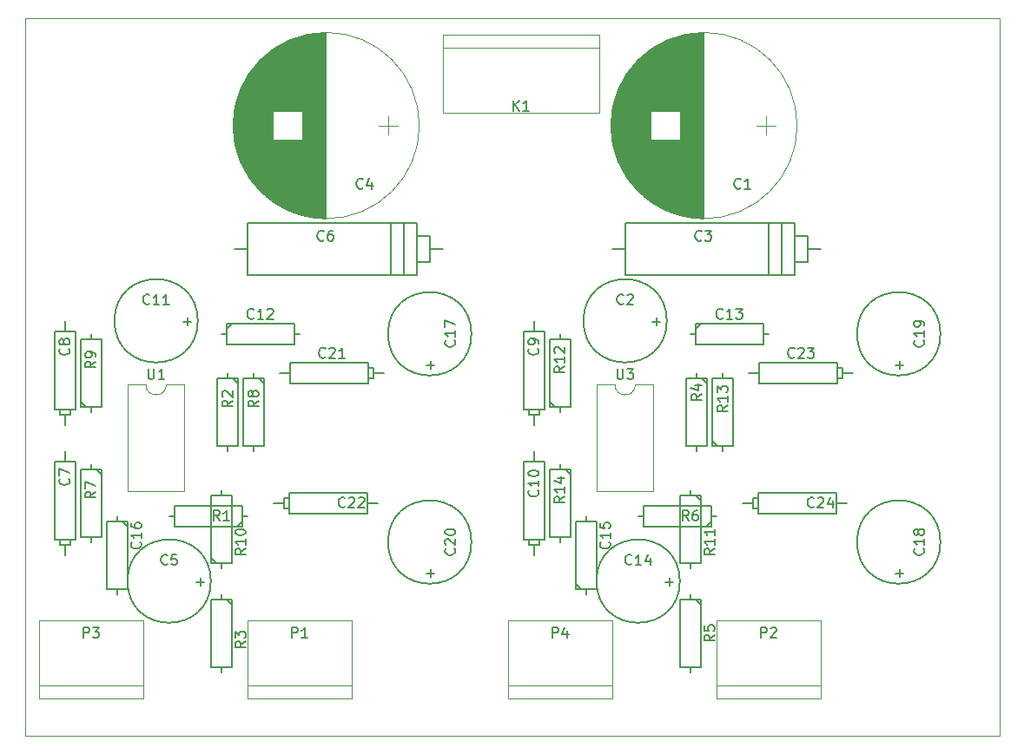
<source format=gbr>
G04 #@! TF.FileFunction,Legend,Top*
%FSLAX46Y46*%
G04 Gerber Fmt 4.6, Leading zero omitted, Abs format (unit mm)*
G04 Created by KiCad (PCBNEW 4.0.6-e0-6349~52~ubuntu17.04.1) date Sun Oct 15 13:20:49 2017*
%MOMM*%
%LPD*%
G01*
G04 APERTURE LIST*
%ADD10C,0.150000*%
%ADD11C,0.100000*%
%ADD12C,0.120000*%
G04 APERTURE END LIST*
D10*
D11*
X180000000Y-20000000D02*
X180000000Y-90000000D01*
X85000000Y-20000000D02*
X180000000Y-20000000D01*
X180000000Y-90000000D02*
X85000000Y-90000000D01*
X85000000Y-90000000D02*
X85000000Y-20000000D01*
X85000000Y-90000000D02*
X180000000Y-90000000D01*
D10*
X147574000Y-49530000D02*
G75*
G03X147574000Y-49530000I-4064000J0D01*
G01*
X162560000Y-42545000D02*
X161290000Y-42545000D01*
X160020000Y-41275000D02*
X161290000Y-41275000D01*
X161290000Y-41275000D02*
X161290000Y-43815000D01*
X161290000Y-43815000D02*
X160020000Y-43815000D01*
X160020000Y-40005000D02*
X160020000Y-45085000D01*
X160020000Y-45085000D02*
X143510000Y-45085000D01*
X143510000Y-45085000D02*
X143510000Y-40005000D01*
X143510000Y-40005000D02*
X160020000Y-40005000D01*
X143510000Y-42545000D02*
X142240000Y-42545000D01*
X157480000Y-45085000D02*
X157480000Y-40005000D01*
X158750000Y-40005000D02*
X158750000Y-45085000D01*
X103124000Y-74930000D02*
G75*
G03X103124000Y-74930000I-4064000J0D01*
G01*
X125730000Y-42545000D02*
X124460000Y-42545000D01*
X123190000Y-41275000D02*
X124460000Y-41275000D01*
X124460000Y-41275000D02*
X124460000Y-43815000D01*
X124460000Y-43815000D02*
X123190000Y-43815000D01*
X123190000Y-40005000D02*
X123190000Y-45085000D01*
X123190000Y-45085000D02*
X106680000Y-45085000D01*
X106680000Y-45085000D02*
X106680000Y-40005000D01*
X106680000Y-40005000D02*
X123190000Y-40005000D01*
X106680000Y-42545000D02*
X105410000Y-42545000D01*
X120650000Y-45085000D02*
X120650000Y-40005000D01*
X121920000Y-40005000D02*
X121920000Y-45085000D01*
X101854000Y-49530000D02*
G75*
G03X101854000Y-49530000I-4064000J0D01*
G01*
X148844000Y-74930000D02*
G75*
G03X148844000Y-74930000I-4064000J0D01*
G01*
D12*
X140970000Y-21590000D02*
X140970000Y-29210000D01*
X125730000Y-21590000D02*
X125730000Y-29210000D01*
X140970000Y-22860000D02*
X125730000Y-22860000D01*
X140970000Y-29210000D02*
X125730000Y-29210000D01*
X140970000Y-21590000D02*
X125730000Y-21590000D01*
X96790000Y-55760000D02*
X95020000Y-55760000D01*
X95020000Y-55760000D02*
X95020000Y-66160000D01*
X95020000Y-66160000D02*
X100560000Y-66160000D01*
X100560000Y-66160000D02*
X100560000Y-55760000D01*
X100560000Y-55760000D02*
X98790000Y-55760000D01*
X98790000Y-55760000D02*
G75*
G02X96790000Y-55760000I-1000000J0D01*
G01*
X142510000Y-55760000D02*
X140740000Y-55760000D01*
X140740000Y-55760000D02*
X140740000Y-66160000D01*
X140740000Y-66160000D02*
X146280000Y-66160000D01*
X146280000Y-66160000D02*
X146280000Y-55760000D01*
X146280000Y-55760000D02*
X144510000Y-55760000D01*
X144510000Y-55760000D02*
G75*
G02X142510000Y-55760000I-1000000J0D01*
G01*
X151190000Y-39530000D02*
X151190000Y-21430000D01*
X151150000Y-39530000D02*
X151150000Y-21430000D01*
X151110000Y-39530000D02*
X151110000Y-21430000D01*
X151070000Y-39530000D02*
X151070000Y-21430000D01*
X151030000Y-39529000D02*
X151030000Y-21431000D01*
X150990000Y-39528000D02*
X150990000Y-21432000D01*
X150950000Y-39527000D02*
X150950000Y-21433000D01*
X150910000Y-39526000D02*
X150910000Y-21434000D01*
X150870000Y-39525000D02*
X150870000Y-21435000D01*
X150830000Y-39523000D02*
X150830000Y-21437000D01*
X150790000Y-39522000D02*
X150790000Y-21438000D01*
X150750000Y-39520000D02*
X150750000Y-21440000D01*
X150710000Y-39518000D02*
X150710000Y-21442000D01*
X150670000Y-39516000D02*
X150670000Y-21444000D01*
X150630000Y-39513000D02*
X150630000Y-21447000D01*
X150590000Y-39511000D02*
X150590000Y-21449000D01*
X150550000Y-39508000D02*
X150550000Y-21452000D01*
X150510000Y-39505000D02*
X150510000Y-21455000D01*
X150469000Y-39502000D02*
X150469000Y-21458000D01*
X150429000Y-39499000D02*
X150429000Y-21461000D01*
X150389000Y-39495000D02*
X150389000Y-21465000D01*
X150349000Y-39492000D02*
X150349000Y-21468000D01*
X150309000Y-39488000D02*
X150309000Y-21472000D01*
X150269000Y-39484000D02*
X150269000Y-21476000D01*
X150229000Y-39480000D02*
X150229000Y-21480000D01*
X150189000Y-39475000D02*
X150189000Y-21485000D01*
X150149000Y-39471000D02*
X150149000Y-21489000D01*
X150109000Y-39466000D02*
X150109000Y-21494000D01*
X150069000Y-39461000D02*
X150069000Y-21499000D01*
X150029000Y-39456000D02*
X150029000Y-21504000D01*
X149989000Y-39451000D02*
X149989000Y-21509000D01*
X149949000Y-39446000D02*
X149949000Y-21514000D01*
X149909000Y-39440000D02*
X149909000Y-21520000D01*
X149869000Y-39434000D02*
X149869000Y-21526000D01*
X149829000Y-39428000D02*
X149829000Y-21532000D01*
X149789000Y-39422000D02*
X149789000Y-21538000D01*
X149749000Y-39416000D02*
X149749000Y-21544000D01*
X149709000Y-39409000D02*
X149709000Y-21551000D01*
X149669000Y-39403000D02*
X149669000Y-21557000D01*
X149629000Y-39396000D02*
X149629000Y-21564000D01*
X149589000Y-39389000D02*
X149589000Y-21571000D01*
X149549000Y-39381000D02*
X149549000Y-21579000D01*
X149509000Y-39374000D02*
X149509000Y-21586000D01*
X149469000Y-39366000D02*
X149469000Y-21594000D01*
X149429000Y-39358000D02*
X149429000Y-21602000D01*
X149389000Y-39350000D02*
X149389000Y-21610000D01*
X149349000Y-39342000D02*
X149349000Y-21618000D01*
X149309000Y-39334000D02*
X149309000Y-21626000D01*
X149269000Y-39325000D02*
X149269000Y-21635000D01*
X149229000Y-39317000D02*
X149229000Y-21643000D01*
X149189000Y-39308000D02*
X149189000Y-21652000D01*
X149149000Y-39299000D02*
X149149000Y-21661000D01*
X149109000Y-39289000D02*
X149109000Y-21671000D01*
X149069000Y-39280000D02*
X149069000Y-21680000D01*
X149029000Y-39270000D02*
X149029000Y-21690000D01*
X148989000Y-39260000D02*
X148989000Y-21700000D01*
X148949000Y-39250000D02*
X148949000Y-21710000D01*
X148909000Y-39240000D02*
X148909000Y-21720000D01*
X148869000Y-39229000D02*
X148869000Y-21731000D01*
X148829000Y-39219000D02*
X148829000Y-21741000D01*
X148789000Y-39208000D02*
X148789000Y-31860000D01*
X148789000Y-29100000D02*
X148789000Y-21752000D01*
X148749000Y-39197000D02*
X148749000Y-31860000D01*
X148749000Y-29100000D02*
X148749000Y-21763000D01*
X148709000Y-39186000D02*
X148709000Y-31860000D01*
X148709000Y-29100000D02*
X148709000Y-21774000D01*
X148669000Y-39174000D02*
X148669000Y-31860000D01*
X148669000Y-29100000D02*
X148669000Y-21786000D01*
X148629000Y-39163000D02*
X148629000Y-31860000D01*
X148629000Y-29100000D02*
X148629000Y-21797000D01*
X148589000Y-39151000D02*
X148589000Y-31860000D01*
X148589000Y-29100000D02*
X148589000Y-21809000D01*
X148549000Y-39139000D02*
X148549000Y-31860000D01*
X148549000Y-29100000D02*
X148549000Y-21821000D01*
X148509000Y-39126000D02*
X148509000Y-31860000D01*
X148509000Y-29100000D02*
X148509000Y-21834000D01*
X148469000Y-39114000D02*
X148469000Y-31860000D01*
X148469000Y-29100000D02*
X148469000Y-21846000D01*
X148429000Y-39101000D02*
X148429000Y-31860000D01*
X148429000Y-29100000D02*
X148429000Y-21859000D01*
X148389000Y-39089000D02*
X148389000Y-31860000D01*
X148389000Y-29100000D02*
X148389000Y-21871000D01*
X148349000Y-39075000D02*
X148349000Y-31860000D01*
X148349000Y-29100000D02*
X148349000Y-21885000D01*
X148309000Y-39062000D02*
X148309000Y-31860000D01*
X148309000Y-29100000D02*
X148309000Y-21898000D01*
X148269000Y-39049000D02*
X148269000Y-31860000D01*
X148269000Y-29100000D02*
X148269000Y-21911000D01*
X148229000Y-39035000D02*
X148229000Y-31860000D01*
X148229000Y-29100000D02*
X148229000Y-21925000D01*
X148189000Y-39021000D02*
X148189000Y-31860000D01*
X148189000Y-29100000D02*
X148189000Y-21939000D01*
X148149000Y-39007000D02*
X148149000Y-31860000D01*
X148149000Y-29100000D02*
X148149000Y-21953000D01*
X148109000Y-38993000D02*
X148109000Y-31860000D01*
X148109000Y-29100000D02*
X148109000Y-21967000D01*
X148069000Y-38978000D02*
X148069000Y-31860000D01*
X148069000Y-29100000D02*
X148069000Y-21982000D01*
X148029000Y-38964000D02*
X148029000Y-31860000D01*
X148029000Y-29100000D02*
X148029000Y-21996000D01*
X147989000Y-38949000D02*
X147989000Y-31860000D01*
X147989000Y-29100000D02*
X147989000Y-22011000D01*
X147949000Y-38933000D02*
X147949000Y-31860000D01*
X147949000Y-29100000D02*
X147949000Y-22027000D01*
X147909000Y-38918000D02*
X147909000Y-31860000D01*
X147909000Y-29100000D02*
X147909000Y-22042000D01*
X147869000Y-38903000D02*
X147869000Y-31860000D01*
X147869000Y-29100000D02*
X147869000Y-22057000D01*
X147829000Y-38887000D02*
X147829000Y-31860000D01*
X147829000Y-29100000D02*
X147829000Y-22073000D01*
X147789000Y-38871000D02*
X147789000Y-31860000D01*
X147789000Y-29100000D02*
X147789000Y-22089000D01*
X147749000Y-38854000D02*
X147749000Y-31860000D01*
X147749000Y-29100000D02*
X147749000Y-22106000D01*
X147709000Y-38838000D02*
X147709000Y-31860000D01*
X147709000Y-29100000D02*
X147709000Y-22122000D01*
X147669000Y-38821000D02*
X147669000Y-31860000D01*
X147669000Y-29100000D02*
X147669000Y-22139000D01*
X147629000Y-38804000D02*
X147629000Y-31860000D01*
X147629000Y-29100000D02*
X147629000Y-22156000D01*
X147589000Y-38787000D02*
X147589000Y-31860000D01*
X147589000Y-29100000D02*
X147589000Y-22173000D01*
X147549000Y-38770000D02*
X147549000Y-31860000D01*
X147549000Y-29100000D02*
X147549000Y-22190000D01*
X147509000Y-38752000D02*
X147509000Y-31860000D01*
X147509000Y-29100000D02*
X147509000Y-22208000D01*
X147469000Y-38734000D02*
X147469000Y-31860000D01*
X147469000Y-29100000D02*
X147469000Y-22226000D01*
X147429000Y-38716000D02*
X147429000Y-31860000D01*
X147429000Y-29100000D02*
X147429000Y-22244000D01*
X147389000Y-38698000D02*
X147389000Y-31860000D01*
X147389000Y-29100000D02*
X147389000Y-22262000D01*
X147349000Y-38680000D02*
X147349000Y-31860000D01*
X147349000Y-29100000D02*
X147349000Y-22280000D01*
X147309000Y-38661000D02*
X147309000Y-31860000D01*
X147309000Y-29100000D02*
X147309000Y-22299000D01*
X147269000Y-38642000D02*
X147269000Y-31860000D01*
X147269000Y-29100000D02*
X147269000Y-22318000D01*
X147229000Y-38623000D02*
X147229000Y-31860000D01*
X147229000Y-29100000D02*
X147229000Y-22337000D01*
X147189000Y-38603000D02*
X147189000Y-31860000D01*
X147189000Y-29100000D02*
X147189000Y-22357000D01*
X147149000Y-38583000D02*
X147149000Y-31860000D01*
X147149000Y-29100000D02*
X147149000Y-22377000D01*
X147109000Y-38563000D02*
X147109000Y-31860000D01*
X147109000Y-29100000D02*
X147109000Y-22397000D01*
X147069000Y-38543000D02*
X147069000Y-31860000D01*
X147069000Y-29100000D02*
X147069000Y-22417000D01*
X147029000Y-38523000D02*
X147029000Y-31860000D01*
X147029000Y-29100000D02*
X147029000Y-22437000D01*
X146989000Y-38502000D02*
X146989000Y-31860000D01*
X146989000Y-29100000D02*
X146989000Y-22458000D01*
X146949000Y-38481000D02*
X146949000Y-31860000D01*
X146949000Y-29100000D02*
X146949000Y-22479000D01*
X146909000Y-38460000D02*
X146909000Y-31860000D01*
X146909000Y-29100000D02*
X146909000Y-22500000D01*
X146869000Y-38438000D02*
X146869000Y-31860000D01*
X146869000Y-29100000D02*
X146869000Y-22522000D01*
X146829000Y-38417000D02*
X146829000Y-31860000D01*
X146829000Y-29100000D02*
X146829000Y-22543000D01*
X146789000Y-38395000D02*
X146789000Y-31860000D01*
X146789000Y-29100000D02*
X146789000Y-22565000D01*
X146749000Y-38372000D02*
X146749000Y-31860000D01*
X146749000Y-29100000D02*
X146749000Y-22588000D01*
X146709000Y-38350000D02*
X146709000Y-31860000D01*
X146709000Y-29100000D02*
X146709000Y-22610000D01*
X146669000Y-38327000D02*
X146669000Y-31860000D01*
X146669000Y-29100000D02*
X146669000Y-22633000D01*
X146629000Y-38304000D02*
X146629000Y-31860000D01*
X146629000Y-29100000D02*
X146629000Y-22656000D01*
X146589000Y-38281000D02*
X146589000Y-31860000D01*
X146589000Y-29100000D02*
X146589000Y-22679000D01*
X146549000Y-38257000D02*
X146549000Y-31860000D01*
X146549000Y-29100000D02*
X146549000Y-22703000D01*
X146509000Y-38233000D02*
X146509000Y-31860000D01*
X146509000Y-29100000D02*
X146509000Y-22727000D01*
X146469000Y-38209000D02*
X146469000Y-31860000D01*
X146469000Y-29100000D02*
X146469000Y-22751000D01*
X146429000Y-38185000D02*
X146429000Y-31860000D01*
X146429000Y-29100000D02*
X146429000Y-22775000D01*
X146389000Y-38160000D02*
X146389000Y-31860000D01*
X146389000Y-29100000D02*
X146389000Y-22800000D01*
X146349000Y-38135000D02*
X146349000Y-31860000D01*
X146349000Y-29100000D02*
X146349000Y-22825000D01*
X146309000Y-38110000D02*
X146309000Y-31860000D01*
X146309000Y-29100000D02*
X146309000Y-22850000D01*
X146269000Y-38084000D02*
X146269000Y-31860000D01*
X146269000Y-29100000D02*
X146269000Y-22876000D01*
X146229000Y-38058000D02*
X146229000Y-31860000D01*
X146229000Y-29100000D02*
X146229000Y-22902000D01*
X146189000Y-38032000D02*
X146189000Y-31860000D01*
X146189000Y-29100000D02*
X146189000Y-22928000D01*
X146149000Y-38005000D02*
X146149000Y-31860000D01*
X146149000Y-29100000D02*
X146149000Y-22955000D01*
X146109000Y-37979000D02*
X146109000Y-31860000D01*
X146109000Y-29100000D02*
X146109000Y-22981000D01*
X146069000Y-37951000D02*
X146069000Y-31860000D01*
X146069000Y-29100000D02*
X146069000Y-23009000D01*
X146029000Y-37924000D02*
X146029000Y-23036000D01*
X145989000Y-37896000D02*
X145989000Y-23064000D01*
X145949000Y-37868000D02*
X145949000Y-23092000D01*
X145909000Y-37840000D02*
X145909000Y-23120000D01*
X145869000Y-37811000D02*
X145869000Y-23149000D01*
X145829000Y-37782000D02*
X145829000Y-23178000D01*
X145789000Y-37753000D02*
X145789000Y-23207000D01*
X145749000Y-37723000D02*
X145749000Y-23237000D01*
X145709000Y-37693000D02*
X145709000Y-23267000D01*
X145669000Y-37663000D02*
X145669000Y-23297000D01*
X145629000Y-37632000D02*
X145629000Y-23328000D01*
X145589000Y-37601000D02*
X145589000Y-23359000D01*
X145549000Y-37569000D02*
X145549000Y-23391000D01*
X145509000Y-37537000D02*
X145509000Y-23423000D01*
X145469000Y-37505000D02*
X145469000Y-23455000D01*
X145429000Y-37473000D02*
X145429000Y-23487000D01*
X145389000Y-37440000D02*
X145389000Y-23520000D01*
X145349000Y-37406000D02*
X145349000Y-23554000D01*
X145309000Y-37373000D02*
X145309000Y-23587000D01*
X145269000Y-37338000D02*
X145269000Y-23622000D01*
X145229000Y-37304000D02*
X145229000Y-23656000D01*
X145189000Y-37269000D02*
X145189000Y-23691000D01*
X145149000Y-37234000D02*
X145149000Y-23726000D01*
X145109000Y-37198000D02*
X145109000Y-23762000D01*
X145069000Y-37162000D02*
X145069000Y-23798000D01*
X145029000Y-37125000D02*
X145029000Y-23835000D01*
X144989000Y-37088000D02*
X144989000Y-23872000D01*
X144949000Y-37050000D02*
X144949000Y-23910000D01*
X144909000Y-37012000D02*
X144909000Y-23948000D01*
X144869000Y-36974000D02*
X144869000Y-23986000D01*
X144829000Y-36935000D02*
X144829000Y-24025000D01*
X144789000Y-36896000D02*
X144789000Y-24064000D01*
X144749000Y-36856000D02*
X144749000Y-24104000D01*
X144709000Y-36815000D02*
X144709000Y-24145000D01*
X144669000Y-36774000D02*
X144669000Y-24186000D01*
X144629000Y-36733000D02*
X144629000Y-24227000D01*
X144589000Y-36691000D02*
X144589000Y-24269000D01*
X144549000Y-36648000D02*
X144549000Y-24312000D01*
X144509000Y-36605000D02*
X144509000Y-24355000D01*
X144469000Y-36562000D02*
X144469000Y-24398000D01*
X144429000Y-36518000D02*
X144429000Y-24442000D01*
X144389000Y-36473000D02*
X144389000Y-24487000D01*
X144349000Y-36427000D02*
X144349000Y-24533000D01*
X144309000Y-36381000D02*
X144309000Y-24579000D01*
X144269000Y-36335000D02*
X144269000Y-24625000D01*
X144229000Y-36287000D02*
X144229000Y-24673000D01*
X144189000Y-36239000D02*
X144189000Y-24721000D01*
X144149000Y-36191000D02*
X144149000Y-24769000D01*
X144109000Y-36142000D02*
X144109000Y-24818000D01*
X144069000Y-36091000D02*
X144069000Y-24869000D01*
X144029000Y-36041000D02*
X144029000Y-24919000D01*
X143989000Y-35989000D02*
X143989000Y-24971000D01*
X143949000Y-35937000D02*
X143949000Y-25023000D01*
X143909000Y-35884000D02*
X143909000Y-25076000D01*
X143869000Y-35830000D02*
X143869000Y-25130000D01*
X143829000Y-35775000D02*
X143829000Y-25185000D01*
X143789000Y-35720000D02*
X143789000Y-25240000D01*
X143749000Y-35663000D02*
X143749000Y-25297000D01*
X143709000Y-35606000D02*
X143709000Y-25354000D01*
X143669000Y-35547000D02*
X143669000Y-25413000D01*
X143629000Y-35488000D02*
X143629000Y-25472000D01*
X143589000Y-35427000D02*
X143589000Y-25533000D01*
X143549000Y-35366000D02*
X143549000Y-25594000D01*
X143509000Y-35303000D02*
X143509000Y-25657000D01*
X143469000Y-35239000D02*
X143469000Y-25721000D01*
X143429000Y-35174000D02*
X143429000Y-25786000D01*
X143389000Y-35108000D02*
X143389000Y-25852000D01*
X143349000Y-35041000D02*
X143349000Y-25919000D01*
X143309000Y-34972000D02*
X143309000Y-25988000D01*
X143269000Y-34902000D02*
X143269000Y-26058000D01*
X143229000Y-34830000D02*
X143229000Y-26130000D01*
X143189000Y-34757000D02*
X143189000Y-26203000D01*
X143149000Y-34682000D02*
X143149000Y-26278000D01*
X143109000Y-34605000D02*
X143109000Y-26355000D01*
X143069000Y-34526000D02*
X143069000Y-26434000D01*
X143029000Y-34446000D02*
X143029000Y-26514000D01*
X142990000Y-34363000D02*
X142990000Y-26597000D01*
X142950000Y-34279000D02*
X142950000Y-26681000D01*
X142910000Y-34191000D02*
X142910000Y-26769000D01*
X142870000Y-34102000D02*
X142870000Y-26858000D01*
X142830000Y-34010000D02*
X142830000Y-26950000D01*
X142790000Y-33914000D02*
X142790000Y-27046000D01*
X142750000Y-33816000D02*
X142750000Y-27144000D01*
X142710000Y-33714000D02*
X142710000Y-27246000D01*
X142670000Y-33609000D02*
X142670000Y-27351000D01*
X142630000Y-33499000D02*
X142630000Y-27461000D01*
X142590000Y-33385000D02*
X142590000Y-27575000D01*
X142550000Y-33265000D02*
X142550000Y-27695000D01*
X142510000Y-33140000D02*
X142510000Y-27820000D01*
X142470000Y-33008000D02*
X142470000Y-27952000D01*
X142430000Y-32868000D02*
X142430000Y-28092000D01*
X142390000Y-32718000D02*
X142390000Y-28242000D01*
X142350000Y-32558000D02*
X142350000Y-28402000D01*
X142310000Y-32383000D02*
X142310000Y-28577000D01*
X142270000Y-32190000D02*
X142270000Y-28770000D01*
X142230000Y-31972000D02*
X142230000Y-28988000D01*
X142190000Y-31716000D02*
X142190000Y-29244000D01*
X142150000Y-31393000D02*
X142150000Y-29567000D01*
X142110000Y-30867000D02*
X142110000Y-30093000D01*
X158140000Y-30480000D02*
X156340000Y-30480000D01*
X157240000Y-31380000D02*
X157240000Y-29580000D01*
X160280000Y-30480000D02*
G75*
G03X160280000Y-30480000I-9090000J0D01*
G01*
X114360000Y-39530000D02*
X114360000Y-21430000D01*
X114320000Y-39530000D02*
X114320000Y-21430000D01*
X114280000Y-39530000D02*
X114280000Y-21430000D01*
X114240000Y-39530000D02*
X114240000Y-21430000D01*
X114200000Y-39529000D02*
X114200000Y-21431000D01*
X114160000Y-39528000D02*
X114160000Y-21432000D01*
X114120000Y-39527000D02*
X114120000Y-21433000D01*
X114080000Y-39526000D02*
X114080000Y-21434000D01*
X114040000Y-39525000D02*
X114040000Y-21435000D01*
X114000000Y-39523000D02*
X114000000Y-21437000D01*
X113960000Y-39522000D02*
X113960000Y-21438000D01*
X113920000Y-39520000D02*
X113920000Y-21440000D01*
X113880000Y-39518000D02*
X113880000Y-21442000D01*
X113840000Y-39516000D02*
X113840000Y-21444000D01*
X113800000Y-39513000D02*
X113800000Y-21447000D01*
X113760000Y-39511000D02*
X113760000Y-21449000D01*
X113720000Y-39508000D02*
X113720000Y-21452000D01*
X113680000Y-39505000D02*
X113680000Y-21455000D01*
X113639000Y-39502000D02*
X113639000Y-21458000D01*
X113599000Y-39499000D02*
X113599000Y-21461000D01*
X113559000Y-39495000D02*
X113559000Y-21465000D01*
X113519000Y-39492000D02*
X113519000Y-21468000D01*
X113479000Y-39488000D02*
X113479000Y-21472000D01*
X113439000Y-39484000D02*
X113439000Y-21476000D01*
X113399000Y-39480000D02*
X113399000Y-21480000D01*
X113359000Y-39475000D02*
X113359000Y-21485000D01*
X113319000Y-39471000D02*
X113319000Y-21489000D01*
X113279000Y-39466000D02*
X113279000Y-21494000D01*
X113239000Y-39461000D02*
X113239000Y-21499000D01*
X113199000Y-39456000D02*
X113199000Y-21504000D01*
X113159000Y-39451000D02*
X113159000Y-21509000D01*
X113119000Y-39446000D02*
X113119000Y-21514000D01*
X113079000Y-39440000D02*
X113079000Y-21520000D01*
X113039000Y-39434000D02*
X113039000Y-21526000D01*
X112999000Y-39428000D02*
X112999000Y-21532000D01*
X112959000Y-39422000D02*
X112959000Y-21538000D01*
X112919000Y-39416000D02*
X112919000Y-21544000D01*
X112879000Y-39409000D02*
X112879000Y-21551000D01*
X112839000Y-39403000D02*
X112839000Y-21557000D01*
X112799000Y-39396000D02*
X112799000Y-21564000D01*
X112759000Y-39389000D02*
X112759000Y-21571000D01*
X112719000Y-39381000D02*
X112719000Y-21579000D01*
X112679000Y-39374000D02*
X112679000Y-21586000D01*
X112639000Y-39366000D02*
X112639000Y-21594000D01*
X112599000Y-39358000D02*
X112599000Y-21602000D01*
X112559000Y-39350000D02*
X112559000Y-21610000D01*
X112519000Y-39342000D02*
X112519000Y-21618000D01*
X112479000Y-39334000D02*
X112479000Y-21626000D01*
X112439000Y-39325000D02*
X112439000Y-21635000D01*
X112399000Y-39317000D02*
X112399000Y-21643000D01*
X112359000Y-39308000D02*
X112359000Y-21652000D01*
X112319000Y-39299000D02*
X112319000Y-21661000D01*
X112279000Y-39289000D02*
X112279000Y-21671000D01*
X112239000Y-39280000D02*
X112239000Y-21680000D01*
X112199000Y-39270000D02*
X112199000Y-21690000D01*
X112159000Y-39260000D02*
X112159000Y-21700000D01*
X112119000Y-39250000D02*
X112119000Y-21710000D01*
X112079000Y-39240000D02*
X112079000Y-21720000D01*
X112039000Y-39229000D02*
X112039000Y-21731000D01*
X111999000Y-39219000D02*
X111999000Y-21741000D01*
X111959000Y-39208000D02*
X111959000Y-31860000D01*
X111959000Y-29100000D02*
X111959000Y-21752000D01*
X111919000Y-39197000D02*
X111919000Y-31860000D01*
X111919000Y-29100000D02*
X111919000Y-21763000D01*
X111879000Y-39186000D02*
X111879000Y-31860000D01*
X111879000Y-29100000D02*
X111879000Y-21774000D01*
X111839000Y-39174000D02*
X111839000Y-31860000D01*
X111839000Y-29100000D02*
X111839000Y-21786000D01*
X111799000Y-39163000D02*
X111799000Y-31860000D01*
X111799000Y-29100000D02*
X111799000Y-21797000D01*
X111759000Y-39151000D02*
X111759000Y-31860000D01*
X111759000Y-29100000D02*
X111759000Y-21809000D01*
X111719000Y-39139000D02*
X111719000Y-31860000D01*
X111719000Y-29100000D02*
X111719000Y-21821000D01*
X111679000Y-39126000D02*
X111679000Y-31860000D01*
X111679000Y-29100000D02*
X111679000Y-21834000D01*
X111639000Y-39114000D02*
X111639000Y-31860000D01*
X111639000Y-29100000D02*
X111639000Y-21846000D01*
X111599000Y-39101000D02*
X111599000Y-31860000D01*
X111599000Y-29100000D02*
X111599000Y-21859000D01*
X111559000Y-39089000D02*
X111559000Y-31860000D01*
X111559000Y-29100000D02*
X111559000Y-21871000D01*
X111519000Y-39075000D02*
X111519000Y-31860000D01*
X111519000Y-29100000D02*
X111519000Y-21885000D01*
X111479000Y-39062000D02*
X111479000Y-31860000D01*
X111479000Y-29100000D02*
X111479000Y-21898000D01*
X111439000Y-39049000D02*
X111439000Y-31860000D01*
X111439000Y-29100000D02*
X111439000Y-21911000D01*
X111399000Y-39035000D02*
X111399000Y-31860000D01*
X111399000Y-29100000D02*
X111399000Y-21925000D01*
X111359000Y-39021000D02*
X111359000Y-31860000D01*
X111359000Y-29100000D02*
X111359000Y-21939000D01*
X111319000Y-39007000D02*
X111319000Y-31860000D01*
X111319000Y-29100000D02*
X111319000Y-21953000D01*
X111279000Y-38993000D02*
X111279000Y-31860000D01*
X111279000Y-29100000D02*
X111279000Y-21967000D01*
X111239000Y-38978000D02*
X111239000Y-31860000D01*
X111239000Y-29100000D02*
X111239000Y-21982000D01*
X111199000Y-38964000D02*
X111199000Y-31860000D01*
X111199000Y-29100000D02*
X111199000Y-21996000D01*
X111159000Y-38949000D02*
X111159000Y-31860000D01*
X111159000Y-29100000D02*
X111159000Y-22011000D01*
X111119000Y-38933000D02*
X111119000Y-31860000D01*
X111119000Y-29100000D02*
X111119000Y-22027000D01*
X111079000Y-38918000D02*
X111079000Y-31860000D01*
X111079000Y-29100000D02*
X111079000Y-22042000D01*
X111039000Y-38903000D02*
X111039000Y-31860000D01*
X111039000Y-29100000D02*
X111039000Y-22057000D01*
X110999000Y-38887000D02*
X110999000Y-31860000D01*
X110999000Y-29100000D02*
X110999000Y-22073000D01*
X110959000Y-38871000D02*
X110959000Y-31860000D01*
X110959000Y-29100000D02*
X110959000Y-22089000D01*
X110919000Y-38854000D02*
X110919000Y-31860000D01*
X110919000Y-29100000D02*
X110919000Y-22106000D01*
X110879000Y-38838000D02*
X110879000Y-31860000D01*
X110879000Y-29100000D02*
X110879000Y-22122000D01*
X110839000Y-38821000D02*
X110839000Y-31860000D01*
X110839000Y-29100000D02*
X110839000Y-22139000D01*
X110799000Y-38804000D02*
X110799000Y-31860000D01*
X110799000Y-29100000D02*
X110799000Y-22156000D01*
X110759000Y-38787000D02*
X110759000Y-31860000D01*
X110759000Y-29100000D02*
X110759000Y-22173000D01*
X110719000Y-38770000D02*
X110719000Y-31860000D01*
X110719000Y-29100000D02*
X110719000Y-22190000D01*
X110679000Y-38752000D02*
X110679000Y-31860000D01*
X110679000Y-29100000D02*
X110679000Y-22208000D01*
X110639000Y-38734000D02*
X110639000Y-31860000D01*
X110639000Y-29100000D02*
X110639000Y-22226000D01*
X110599000Y-38716000D02*
X110599000Y-31860000D01*
X110599000Y-29100000D02*
X110599000Y-22244000D01*
X110559000Y-38698000D02*
X110559000Y-31860000D01*
X110559000Y-29100000D02*
X110559000Y-22262000D01*
X110519000Y-38680000D02*
X110519000Y-31860000D01*
X110519000Y-29100000D02*
X110519000Y-22280000D01*
X110479000Y-38661000D02*
X110479000Y-31860000D01*
X110479000Y-29100000D02*
X110479000Y-22299000D01*
X110439000Y-38642000D02*
X110439000Y-31860000D01*
X110439000Y-29100000D02*
X110439000Y-22318000D01*
X110399000Y-38623000D02*
X110399000Y-31860000D01*
X110399000Y-29100000D02*
X110399000Y-22337000D01*
X110359000Y-38603000D02*
X110359000Y-31860000D01*
X110359000Y-29100000D02*
X110359000Y-22357000D01*
X110319000Y-38583000D02*
X110319000Y-31860000D01*
X110319000Y-29100000D02*
X110319000Y-22377000D01*
X110279000Y-38563000D02*
X110279000Y-31860000D01*
X110279000Y-29100000D02*
X110279000Y-22397000D01*
X110239000Y-38543000D02*
X110239000Y-31860000D01*
X110239000Y-29100000D02*
X110239000Y-22417000D01*
X110199000Y-38523000D02*
X110199000Y-31860000D01*
X110199000Y-29100000D02*
X110199000Y-22437000D01*
X110159000Y-38502000D02*
X110159000Y-31860000D01*
X110159000Y-29100000D02*
X110159000Y-22458000D01*
X110119000Y-38481000D02*
X110119000Y-31860000D01*
X110119000Y-29100000D02*
X110119000Y-22479000D01*
X110079000Y-38460000D02*
X110079000Y-31860000D01*
X110079000Y-29100000D02*
X110079000Y-22500000D01*
X110039000Y-38438000D02*
X110039000Y-31860000D01*
X110039000Y-29100000D02*
X110039000Y-22522000D01*
X109999000Y-38417000D02*
X109999000Y-31860000D01*
X109999000Y-29100000D02*
X109999000Y-22543000D01*
X109959000Y-38395000D02*
X109959000Y-31860000D01*
X109959000Y-29100000D02*
X109959000Y-22565000D01*
X109919000Y-38372000D02*
X109919000Y-31860000D01*
X109919000Y-29100000D02*
X109919000Y-22588000D01*
X109879000Y-38350000D02*
X109879000Y-31860000D01*
X109879000Y-29100000D02*
X109879000Y-22610000D01*
X109839000Y-38327000D02*
X109839000Y-31860000D01*
X109839000Y-29100000D02*
X109839000Y-22633000D01*
X109799000Y-38304000D02*
X109799000Y-31860000D01*
X109799000Y-29100000D02*
X109799000Y-22656000D01*
X109759000Y-38281000D02*
X109759000Y-31860000D01*
X109759000Y-29100000D02*
X109759000Y-22679000D01*
X109719000Y-38257000D02*
X109719000Y-31860000D01*
X109719000Y-29100000D02*
X109719000Y-22703000D01*
X109679000Y-38233000D02*
X109679000Y-31860000D01*
X109679000Y-29100000D02*
X109679000Y-22727000D01*
X109639000Y-38209000D02*
X109639000Y-31860000D01*
X109639000Y-29100000D02*
X109639000Y-22751000D01*
X109599000Y-38185000D02*
X109599000Y-31860000D01*
X109599000Y-29100000D02*
X109599000Y-22775000D01*
X109559000Y-38160000D02*
X109559000Y-31860000D01*
X109559000Y-29100000D02*
X109559000Y-22800000D01*
X109519000Y-38135000D02*
X109519000Y-31860000D01*
X109519000Y-29100000D02*
X109519000Y-22825000D01*
X109479000Y-38110000D02*
X109479000Y-31860000D01*
X109479000Y-29100000D02*
X109479000Y-22850000D01*
X109439000Y-38084000D02*
X109439000Y-31860000D01*
X109439000Y-29100000D02*
X109439000Y-22876000D01*
X109399000Y-38058000D02*
X109399000Y-31860000D01*
X109399000Y-29100000D02*
X109399000Y-22902000D01*
X109359000Y-38032000D02*
X109359000Y-31860000D01*
X109359000Y-29100000D02*
X109359000Y-22928000D01*
X109319000Y-38005000D02*
X109319000Y-31860000D01*
X109319000Y-29100000D02*
X109319000Y-22955000D01*
X109279000Y-37979000D02*
X109279000Y-31860000D01*
X109279000Y-29100000D02*
X109279000Y-22981000D01*
X109239000Y-37951000D02*
X109239000Y-31860000D01*
X109239000Y-29100000D02*
X109239000Y-23009000D01*
X109199000Y-37924000D02*
X109199000Y-23036000D01*
X109159000Y-37896000D02*
X109159000Y-23064000D01*
X109119000Y-37868000D02*
X109119000Y-23092000D01*
X109079000Y-37840000D02*
X109079000Y-23120000D01*
X109039000Y-37811000D02*
X109039000Y-23149000D01*
X108999000Y-37782000D02*
X108999000Y-23178000D01*
X108959000Y-37753000D02*
X108959000Y-23207000D01*
X108919000Y-37723000D02*
X108919000Y-23237000D01*
X108879000Y-37693000D02*
X108879000Y-23267000D01*
X108839000Y-37663000D02*
X108839000Y-23297000D01*
X108799000Y-37632000D02*
X108799000Y-23328000D01*
X108759000Y-37601000D02*
X108759000Y-23359000D01*
X108719000Y-37569000D02*
X108719000Y-23391000D01*
X108679000Y-37537000D02*
X108679000Y-23423000D01*
X108639000Y-37505000D02*
X108639000Y-23455000D01*
X108599000Y-37473000D02*
X108599000Y-23487000D01*
X108559000Y-37440000D02*
X108559000Y-23520000D01*
X108519000Y-37406000D02*
X108519000Y-23554000D01*
X108479000Y-37373000D02*
X108479000Y-23587000D01*
X108439000Y-37338000D02*
X108439000Y-23622000D01*
X108399000Y-37304000D02*
X108399000Y-23656000D01*
X108359000Y-37269000D02*
X108359000Y-23691000D01*
X108319000Y-37234000D02*
X108319000Y-23726000D01*
X108279000Y-37198000D02*
X108279000Y-23762000D01*
X108239000Y-37162000D02*
X108239000Y-23798000D01*
X108199000Y-37125000D02*
X108199000Y-23835000D01*
X108159000Y-37088000D02*
X108159000Y-23872000D01*
X108119000Y-37050000D02*
X108119000Y-23910000D01*
X108079000Y-37012000D02*
X108079000Y-23948000D01*
X108039000Y-36974000D02*
X108039000Y-23986000D01*
X107999000Y-36935000D02*
X107999000Y-24025000D01*
X107959000Y-36896000D02*
X107959000Y-24064000D01*
X107919000Y-36856000D02*
X107919000Y-24104000D01*
X107879000Y-36815000D02*
X107879000Y-24145000D01*
X107839000Y-36774000D02*
X107839000Y-24186000D01*
X107799000Y-36733000D02*
X107799000Y-24227000D01*
X107759000Y-36691000D02*
X107759000Y-24269000D01*
X107719000Y-36648000D02*
X107719000Y-24312000D01*
X107679000Y-36605000D02*
X107679000Y-24355000D01*
X107639000Y-36562000D02*
X107639000Y-24398000D01*
X107599000Y-36518000D02*
X107599000Y-24442000D01*
X107559000Y-36473000D02*
X107559000Y-24487000D01*
X107519000Y-36427000D02*
X107519000Y-24533000D01*
X107479000Y-36381000D02*
X107479000Y-24579000D01*
X107439000Y-36335000D02*
X107439000Y-24625000D01*
X107399000Y-36287000D02*
X107399000Y-24673000D01*
X107359000Y-36239000D02*
X107359000Y-24721000D01*
X107319000Y-36191000D02*
X107319000Y-24769000D01*
X107279000Y-36142000D02*
X107279000Y-24818000D01*
X107239000Y-36091000D02*
X107239000Y-24869000D01*
X107199000Y-36041000D02*
X107199000Y-24919000D01*
X107159000Y-35989000D02*
X107159000Y-24971000D01*
X107119000Y-35937000D02*
X107119000Y-25023000D01*
X107079000Y-35884000D02*
X107079000Y-25076000D01*
X107039000Y-35830000D02*
X107039000Y-25130000D01*
X106999000Y-35775000D02*
X106999000Y-25185000D01*
X106959000Y-35720000D02*
X106959000Y-25240000D01*
X106919000Y-35663000D02*
X106919000Y-25297000D01*
X106879000Y-35606000D02*
X106879000Y-25354000D01*
X106839000Y-35547000D02*
X106839000Y-25413000D01*
X106799000Y-35488000D02*
X106799000Y-25472000D01*
X106759000Y-35427000D02*
X106759000Y-25533000D01*
X106719000Y-35366000D02*
X106719000Y-25594000D01*
X106679000Y-35303000D02*
X106679000Y-25657000D01*
X106639000Y-35239000D02*
X106639000Y-25721000D01*
X106599000Y-35174000D02*
X106599000Y-25786000D01*
X106559000Y-35108000D02*
X106559000Y-25852000D01*
X106519000Y-35041000D02*
X106519000Y-25919000D01*
X106479000Y-34972000D02*
X106479000Y-25988000D01*
X106439000Y-34902000D02*
X106439000Y-26058000D01*
X106399000Y-34830000D02*
X106399000Y-26130000D01*
X106359000Y-34757000D02*
X106359000Y-26203000D01*
X106319000Y-34682000D02*
X106319000Y-26278000D01*
X106279000Y-34605000D02*
X106279000Y-26355000D01*
X106239000Y-34526000D02*
X106239000Y-26434000D01*
X106199000Y-34446000D02*
X106199000Y-26514000D01*
X106160000Y-34363000D02*
X106160000Y-26597000D01*
X106120000Y-34279000D02*
X106120000Y-26681000D01*
X106080000Y-34191000D02*
X106080000Y-26769000D01*
X106040000Y-34102000D02*
X106040000Y-26858000D01*
X106000000Y-34010000D02*
X106000000Y-26950000D01*
X105960000Y-33914000D02*
X105960000Y-27046000D01*
X105920000Y-33816000D02*
X105920000Y-27144000D01*
X105880000Y-33714000D02*
X105880000Y-27246000D01*
X105840000Y-33609000D02*
X105840000Y-27351000D01*
X105800000Y-33499000D02*
X105800000Y-27461000D01*
X105760000Y-33385000D02*
X105760000Y-27575000D01*
X105720000Y-33265000D02*
X105720000Y-27695000D01*
X105680000Y-33140000D02*
X105680000Y-27820000D01*
X105640000Y-33008000D02*
X105640000Y-27952000D01*
X105600000Y-32868000D02*
X105600000Y-28092000D01*
X105560000Y-32718000D02*
X105560000Y-28242000D01*
X105520000Y-32558000D02*
X105520000Y-28402000D01*
X105480000Y-32383000D02*
X105480000Y-28577000D01*
X105440000Y-32190000D02*
X105440000Y-28770000D01*
X105400000Y-31972000D02*
X105400000Y-28988000D01*
X105360000Y-31716000D02*
X105360000Y-29244000D01*
X105320000Y-31393000D02*
X105320000Y-29567000D01*
X105280000Y-30867000D02*
X105280000Y-30093000D01*
X121310000Y-30480000D02*
X119510000Y-30480000D01*
X120410000Y-31380000D02*
X120410000Y-29580000D01*
X123450000Y-30480000D02*
G75*
G03X123450000Y-30480000I-9090000J0D01*
G01*
D10*
X88900000Y-62230000D02*
X88900000Y-63246000D01*
X88900000Y-63246000D02*
X89916000Y-63246000D01*
X89916000Y-63246000D02*
X89916000Y-70866000D01*
X89916000Y-70866000D02*
X87884000Y-70866000D01*
X87884000Y-70866000D02*
X87884000Y-63246000D01*
X87884000Y-63246000D02*
X88900000Y-63246000D01*
X88900000Y-72390000D02*
X88900000Y-71374000D01*
X89408000Y-70866000D02*
X89408000Y-71374000D01*
X89408000Y-71374000D02*
X88392000Y-71374000D01*
X88392000Y-71374000D02*
X88392000Y-70866000D01*
X88900000Y-49530000D02*
X88900000Y-50546000D01*
X88900000Y-50546000D02*
X89916000Y-50546000D01*
X89916000Y-50546000D02*
X89916000Y-58166000D01*
X89916000Y-58166000D02*
X87884000Y-58166000D01*
X87884000Y-58166000D02*
X87884000Y-50546000D01*
X87884000Y-50546000D02*
X88900000Y-50546000D01*
X88900000Y-59690000D02*
X88900000Y-58674000D01*
X89408000Y-58166000D02*
X89408000Y-58674000D01*
X89408000Y-58674000D02*
X88392000Y-58674000D01*
X88392000Y-58674000D02*
X88392000Y-58166000D01*
X134620000Y-49530000D02*
X134620000Y-50546000D01*
X134620000Y-50546000D02*
X135636000Y-50546000D01*
X135636000Y-50546000D02*
X135636000Y-58166000D01*
X135636000Y-58166000D02*
X133604000Y-58166000D01*
X133604000Y-58166000D02*
X133604000Y-50546000D01*
X133604000Y-50546000D02*
X134620000Y-50546000D01*
X134620000Y-59690000D02*
X134620000Y-58674000D01*
X135128000Y-58166000D02*
X135128000Y-58674000D01*
X135128000Y-58674000D02*
X134112000Y-58674000D01*
X134112000Y-58674000D02*
X134112000Y-58166000D01*
X134620000Y-62230000D02*
X134620000Y-63246000D01*
X134620000Y-63246000D02*
X135636000Y-63246000D01*
X135636000Y-63246000D02*
X135636000Y-70866000D01*
X135636000Y-70866000D02*
X133604000Y-70866000D01*
X133604000Y-70866000D02*
X133604000Y-63246000D01*
X133604000Y-63246000D02*
X134620000Y-63246000D01*
X134620000Y-72390000D02*
X134620000Y-71374000D01*
X135128000Y-70866000D02*
X135128000Y-71374000D01*
X135128000Y-71374000D02*
X134112000Y-71374000D01*
X134112000Y-71374000D02*
X134112000Y-70866000D01*
X104140000Y-50800000D02*
X104648000Y-50800000D01*
X111760000Y-50800000D02*
X111252000Y-50800000D01*
X111252000Y-50800000D02*
X111252000Y-49784000D01*
X111252000Y-49784000D02*
X104648000Y-49784000D01*
X104648000Y-49784000D02*
X104648000Y-51816000D01*
X104648000Y-51816000D02*
X111252000Y-51816000D01*
X111252000Y-51816000D02*
X111252000Y-50800000D01*
X104648000Y-50292000D02*
X105156000Y-49784000D01*
X149860000Y-50800000D02*
X150368000Y-50800000D01*
X157480000Y-50800000D02*
X156972000Y-50800000D01*
X156972000Y-50800000D02*
X156972000Y-49784000D01*
X156972000Y-49784000D02*
X150368000Y-49784000D01*
X150368000Y-49784000D02*
X150368000Y-51816000D01*
X150368000Y-51816000D02*
X156972000Y-51816000D01*
X156972000Y-51816000D02*
X156972000Y-50800000D01*
X150368000Y-50292000D02*
X150876000Y-49784000D01*
X139700000Y-76200000D02*
X139700000Y-75692000D01*
X139700000Y-68580000D02*
X139700000Y-69088000D01*
X139700000Y-69088000D02*
X138684000Y-69088000D01*
X138684000Y-69088000D02*
X138684000Y-75692000D01*
X138684000Y-75692000D02*
X140716000Y-75692000D01*
X140716000Y-75692000D02*
X140716000Y-69088000D01*
X140716000Y-69088000D02*
X139700000Y-69088000D01*
X139192000Y-75692000D02*
X138684000Y-75184000D01*
X93980000Y-68580000D02*
X93980000Y-69088000D01*
X93980000Y-76200000D02*
X93980000Y-75692000D01*
X93980000Y-75692000D02*
X94996000Y-75692000D01*
X94996000Y-75692000D02*
X94996000Y-69088000D01*
X94996000Y-69088000D02*
X92964000Y-69088000D01*
X92964000Y-69088000D02*
X92964000Y-75692000D01*
X92964000Y-75692000D02*
X93980000Y-75692000D01*
X94488000Y-69088000D02*
X94996000Y-69596000D01*
X106680000Y-68580000D02*
X106172000Y-68580000D01*
X99060000Y-68580000D02*
X99568000Y-68580000D01*
X99568000Y-68580000D02*
X99568000Y-69596000D01*
X99568000Y-69596000D02*
X106172000Y-69596000D01*
X106172000Y-69596000D02*
X106172000Y-67564000D01*
X106172000Y-67564000D02*
X99568000Y-67564000D01*
X99568000Y-67564000D02*
X99568000Y-68580000D01*
X106172000Y-69088000D02*
X105664000Y-69596000D01*
X104775000Y-54610000D02*
X104775000Y-55118000D01*
X104775000Y-62230000D02*
X104775000Y-61722000D01*
X104775000Y-61722000D02*
X105791000Y-61722000D01*
X105791000Y-61722000D02*
X105791000Y-55118000D01*
X105791000Y-55118000D02*
X103759000Y-55118000D01*
X103759000Y-55118000D02*
X103759000Y-61722000D01*
X103759000Y-61722000D02*
X104775000Y-61722000D01*
X105283000Y-55118000D02*
X105791000Y-55626000D01*
X104140000Y-76200000D02*
X104140000Y-76708000D01*
X104140000Y-83820000D02*
X104140000Y-83312000D01*
X104140000Y-83312000D02*
X105156000Y-83312000D01*
X105156000Y-83312000D02*
X105156000Y-76708000D01*
X105156000Y-76708000D02*
X103124000Y-76708000D01*
X103124000Y-76708000D02*
X103124000Y-83312000D01*
X103124000Y-83312000D02*
X104140000Y-83312000D01*
X104648000Y-76708000D02*
X105156000Y-77216000D01*
X150495000Y-54610000D02*
X150495000Y-55118000D01*
X150495000Y-62230000D02*
X150495000Y-61722000D01*
X150495000Y-61722000D02*
X151511000Y-61722000D01*
X151511000Y-61722000D02*
X151511000Y-55118000D01*
X151511000Y-55118000D02*
X149479000Y-55118000D01*
X149479000Y-55118000D02*
X149479000Y-61722000D01*
X149479000Y-61722000D02*
X150495000Y-61722000D01*
X151003000Y-55118000D02*
X151511000Y-55626000D01*
X149860000Y-76200000D02*
X149860000Y-76708000D01*
X149860000Y-83820000D02*
X149860000Y-83312000D01*
X149860000Y-83312000D02*
X150876000Y-83312000D01*
X150876000Y-83312000D02*
X150876000Y-76708000D01*
X150876000Y-76708000D02*
X148844000Y-76708000D01*
X148844000Y-76708000D02*
X148844000Y-83312000D01*
X148844000Y-83312000D02*
X149860000Y-83312000D01*
X150368000Y-76708000D02*
X150876000Y-77216000D01*
X152400000Y-68580000D02*
X151892000Y-68580000D01*
X144780000Y-68580000D02*
X145288000Y-68580000D01*
X145288000Y-68580000D02*
X145288000Y-69596000D01*
X145288000Y-69596000D02*
X151892000Y-69596000D01*
X151892000Y-69596000D02*
X151892000Y-67564000D01*
X151892000Y-67564000D02*
X145288000Y-67564000D01*
X145288000Y-67564000D02*
X145288000Y-68580000D01*
X151892000Y-69088000D02*
X151384000Y-69596000D01*
X91440000Y-63500000D02*
X91440000Y-64008000D01*
X91440000Y-71120000D02*
X91440000Y-70612000D01*
X91440000Y-70612000D02*
X92456000Y-70612000D01*
X92456000Y-70612000D02*
X92456000Y-64008000D01*
X92456000Y-64008000D02*
X90424000Y-64008000D01*
X90424000Y-64008000D02*
X90424000Y-70612000D01*
X90424000Y-70612000D02*
X91440000Y-70612000D01*
X91948000Y-64008000D02*
X92456000Y-64516000D01*
X107315000Y-54610000D02*
X107315000Y-55118000D01*
X107315000Y-62230000D02*
X107315000Y-61722000D01*
X107315000Y-61722000D02*
X108331000Y-61722000D01*
X108331000Y-61722000D02*
X108331000Y-55118000D01*
X108331000Y-55118000D02*
X106299000Y-55118000D01*
X106299000Y-55118000D02*
X106299000Y-61722000D01*
X106299000Y-61722000D02*
X107315000Y-61722000D01*
X107823000Y-55118000D02*
X108331000Y-55626000D01*
X91440000Y-58420000D02*
X91440000Y-57912000D01*
X91440000Y-50800000D02*
X91440000Y-51308000D01*
X91440000Y-51308000D02*
X90424000Y-51308000D01*
X90424000Y-51308000D02*
X90424000Y-57912000D01*
X90424000Y-57912000D02*
X92456000Y-57912000D01*
X92456000Y-57912000D02*
X92456000Y-51308000D01*
X92456000Y-51308000D02*
X91440000Y-51308000D01*
X90932000Y-57912000D02*
X90424000Y-57404000D01*
X104140000Y-73660000D02*
X104140000Y-73152000D01*
X104140000Y-66040000D02*
X104140000Y-66548000D01*
X104140000Y-66548000D02*
X103124000Y-66548000D01*
X103124000Y-66548000D02*
X103124000Y-73152000D01*
X103124000Y-73152000D02*
X105156000Y-73152000D01*
X105156000Y-73152000D02*
X105156000Y-66548000D01*
X105156000Y-66548000D02*
X104140000Y-66548000D01*
X103632000Y-73152000D02*
X103124000Y-72644000D01*
X149860000Y-66040000D02*
X149860000Y-66548000D01*
X149860000Y-73660000D02*
X149860000Y-73152000D01*
X149860000Y-73152000D02*
X150876000Y-73152000D01*
X150876000Y-73152000D02*
X150876000Y-66548000D01*
X150876000Y-66548000D02*
X148844000Y-66548000D01*
X148844000Y-66548000D02*
X148844000Y-73152000D01*
X148844000Y-73152000D02*
X149860000Y-73152000D01*
X150368000Y-66548000D02*
X150876000Y-67056000D01*
X137160000Y-58420000D02*
X137160000Y-57912000D01*
X137160000Y-50800000D02*
X137160000Y-51308000D01*
X137160000Y-51308000D02*
X136144000Y-51308000D01*
X136144000Y-51308000D02*
X136144000Y-57912000D01*
X136144000Y-57912000D02*
X138176000Y-57912000D01*
X138176000Y-57912000D02*
X138176000Y-51308000D01*
X138176000Y-51308000D02*
X137160000Y-51308000D01*
X136652000Y-57912000D02*
X136144000Y-57404000D01*
X153035000Y-62230000D02*
X153035000Y-61722000D01*
X153035000Y-54610000D02*
X153035000Y-55118000D01*
X153035000Y-55118000D02*
X152019000Y-55118000D01*
X152019000Y-55118000D02*
X152019000Y-61722000D01*
X152019000Y-61722000D02*
X154051000Y-61722000D01*
X154051000Y-61722000D02*
X154051000Y-55118000D01*
X154051000Y-55118000D02*
X153035000Y-55118000D01*
X152527000Y-61722000D02*
X152019000Y-61214000D01*
X137160000Y-63500000D02*
X137160000Y-64008000D01*
X137160000Y-71120000D02*
X137160000Y-70612000D01*
X137160000Y-70612000D02*
X138176000Y-70612000D01*
X138176000Y-70612000D02*
X138176000Y-64008000D01*
X138176000Y-64008000D02*
X136144000Y-64008000D01*
X136144000Y-64008000D02*
X136144000Y-70612000D01*
X136144000Y-70612000D02*
X137160000Y-70612000D01*
X137668000Y-64008000D02*
X138176000Y-64516000D01*
X128524000Y-50800000D02*
G75*
G03X128524000Y-50800000I-4064000J0D01*
G01*
X174244000Y-71120000D02*
G75*
G03X174244000Y-71120000I-4064000J0D01*
G01*
X174244000Y-50800000D02*
G75*
G03X174244000Y-50800000I-4064000J0D01*
G01*
X128524000Y-71120000D02*
G75*
G03X128524000Y-71120000I-4064000J0D01*
G01*
X109855000Y-54610000D02*
X110871000Y-54610000D01*
X110871000Y-54610000D02*
X110871000Y-53594000D01*
X110871000Y-53594000D02*
X118491000Y-53594000D01*
X118491000Y-53594000D02*
X118491000Y-55626000D01*
X118491000Y-55626000D02*
X110871000Y-55626000D01*
X110871000Y-55626000D02*
X110871000Y-54610000D01*
X120015000Y-54610000D02*
X118999000Y-54610000D01*
X118491000Y-54102000D02*
X118999000Y-54102000D01*
X118999000Y-54102000D02*
X118999000Y-55118000D01*
X118999000Y-55118000D02*
X118491000Y-55118000D01*
X119380000Y-67310000D02*
X118364000Y-67310000D01*
X118364000Y-67310000D02*
X118364000Y-68326000D01*
X118364000Y-68326000D02*
X110744000Y-68326000D01*
X110744000Y-68326000D02*
X110744000Y-66294000D01*
X110744000Y-66294000D02*
X118364000Y-66294000D01*
X118364000Y-66294000D02*
X118364000Y-67310000D01*
X109220000Y-67310000D02*
X110236000Y-67310000D01*
X110744000Y-67818000D02*
X110236000Y-67818000D01*
X110236000Y-67818000D02*
X110236000Y-66802000D01*
X110236000Y-66802000D02*
X110744000Y-66802000D01*
X155575000Y-54610000D02*
X156591000Y-54610000D01*
X156591000Y-54610000D02*
X156591000Y-53594000D01*
X156591000Y-53594000D02*
X164211000Y-53594000D01*
X164211000Y-53594000D02*
X164211000Y-55626000D01*
X164211000Y-55626000D02*
X156591000Y-55626000D01*
X156591000Y-55626000D02*
X156591000Y-54610000D01*
X165735000Y-54610000D02*
X164719000Y-54610000D01*
X164211000Y-54102000D02*
X164719000Y-54102000D01*
X164719000Y-54102000D02*
X164719000Y-55118000D01*
X164719000Y-55118000D02*
X164211000Y-55118000D01*
X165100000Y-67310000D02*
X164084000Y-67310000D01*
X164084000Y-67310000D02*
X164084000Y-68326000D01*
X164084000Y-68326000D02*
X156464000Y-68326000D01*
X156464000Y-68326000D02*
X156464000Y-66294000D01*
X156464000Y-66294000D02*
X164084000Y-66294000D01*
X164084000Y-66294000D02*
X164084000Y-67310000D01*
X154940000Y-67310000D02*
X155956000Y-67310000D01*
X156464000Y-67818000D02*
X155956000Y-67818000D01*
X155956000Y-67818000D02*
X155956000Y-66802000D01*
X155956000Y-66802000D02*
X156464000Y-66802000D01*
D12*
X116840000Y-85090000D02*
X106680000Y-85090000D01*
X116840000Y-86360000D02*
X116840000Y-78740000D01*
X116840000Y-78740000D02*
X106680000Y-78740000D01*
X106680000Y-78740000D02*
X106680000Y-86360000D01*
X106680000Y-86360000D02*
X116840000Y-86360000D01*
X162560000Y-85090000D02*
X152400000Y-85090000D01*
X162560000Y-86360000D02*
X162560000Y-78740000D01*
X162560000Y-78740000D02*
X152400000Y-78740000D01*
X152400000Y-78740000D02*
X152400000Y-86360000D01*
X152400000Y-86360000D02*
X162560000Y-86360000D01*
X96520000Y-85090000D02*
X86360000Y-85090000D01*
X96520000Y-86360000D02*
X96520000Y-78740000D01*
X96520000Y-78740000D02*
X86360000Y-78740000D01*
X86360000Y-78740000D02*
X86360000Y-86360000D01*
X86360000Y-86360000D02*
X96520000Y-86360000D01*
X142240000Y-85090000D02*
X132080000Y-85090000D01*
X142240000Y-86360000D02*
X142240000Y-78740000D01*
X142240000Y-78740000D02*
X132080000Y-78740000D01*
X132080000Y-78740000D02*
X132080000Y-86360000D01*
X132080000Y-86360000D02*
X142240000Y-86360000D01*
D10*
X143343334Y-47855143D02*
X143295715Y-47902762D01*
X143152858Y-47950381D01*
X143057620Y-47950381D01*
X142914762Y-47902762D01*
X142819524Y-47807524D01*
X142771905Y-47712286D01*
X142724286Y-47521810D01*
X142724286Y-47378952D01*
X142771905Y-47188476D01*
X142819524Y-47093238D01*
X142914762Y-46998000D01*
X143057620Y-46950381D01*
X143152858Y-46950381D01*
X143295715Y-46998000D01*
X143343334Y-47045619D01*
X143724286Y-47045619D02*
X143771905Y-46998000D01*
X143867143Y-46950381D01*
X144105239Y-46950381D01*
X144200477Y-46998000D01*
X144248096Y-47045619D01*
X144295715Y-47140857D01*
X144295715Y-47236095D01*
X144248096Y-47378952D01*
X143676667Y-47950381D01*
X144295715Y-47950381D01*
X146174508Y-49601429D02*
X146936413Y-49601429D01*
X146555461Y-49982381D02*
X146555461Y-49220476D01*
X150963334Y-41632143D02*
X150915715Y-41679762D01*
X150772858Y-41727381D01*
X150677620Y-41727381D01*
X150534762Y-41679762D01*
X150439524Y-41584524D01*
X150391905Y-41489286D01*
X150344286Y-41298810D01*
X150344286Y-41155952D01*
X150391905Y-40965476D01*
X150439524Y-40870238D01*
X150534762Y-40775000D01*
X150677620Y-40727381D01*
X150772858Y-40727381D01*
X150915715Y-40775000D01*
X150963334Y-40822619D01*
X151296667Y-40727381D02*
X151915715Y-40727381D01*
X151582381Y-41108333D01*
X151725239Y-41108333D01*
X151820477Y-41155952D01*
X151868096Y-41203571D01*
X151915715Y-41298810D01*
X151915715Y-41536905D01*
X151868096Y-41632143D01*
X151820477Y-41679762D01*
X151725239Y-41727381D01*
X151439524Y-41727381D01*
X151344286Y-41679762D01*
X151296667Y-41632143D01*
X98893334Y-73255143D02*
X98845715Y-73302762D01*
X98702858Y-73350381D01*
X98607620Y-73350381D01*
X98464762Y-73302762D01*
X98369524Y-73207524D01*
X98321905Y-73112286D01*
X98274286Y-72921810D01*
X98274286Y-72778952D01*
X98321905Y-72588476D01*
X98369524Y-72493238D01*
X98464762Y-72398000D01*
X98607620Y-72350381D01*
X98702858Y-72350381D01*
X98845715Y-72398000D01*
X98893334Y-72445619D01*
X99798096Y-72350381D02*
X99321905Y-72350381D01*
X99274286Y-72826571D01*
X99321905Y-72778952D01*
X99417143Y-72731333D01*
X99655239Y-72731333D01*
X99750477Y-72778952D01*
X99798096Y-72826571D01*
X99845715Y-72921810D01*
X99845715Y-73159905D01*
X99798096Y-73255143D01*
X99750477Y-73302762D01*
X99655239Y-73350381D01*
X99417143Y-73350381D01*
X99321905Y-73302762D01*
X99274286Y-73255143D01*
X101724508Y-75001429D02*
X102486413Y-75001429D01*
X102105461Y-75382381D02*
X102105461Y-74620476D01*
X114133334Y-41632143D02*
X114085715Y-41679762D01*
X113942858Y-41727381D01*
X113847620Y-41727381D01*
X113704762Y-41679762D01*
X113609524Y-41584524D01*
X113561905Y-41489286D01*
X113514286Y-41298810D01*
X113514286Y-41155952D01*
X113561905Y-40965476D01*
X113609524Y-40870238D01*
X113704762Y-40775000D01*
X113847620Y-40727381D01*
X113942858Y-40727381D01*
X114085715Y-40775000D01*
X114133334Y-40822619D01*
X114990477Y-40727381D02*
X114800000Y-40727381D01*
X114704762Y-40775000D01*
X114657143Y-40822619D01*
X114561905Y-40965476D01*
X114514286Y-41155952D01*
X114514286Y-41536905D01*
X114561905Y-41632143D01*
X114609524Y-41679762D01*
X114704762Y-41727381D01*
X114895239Y-41727381D01*
X114990477Y-41679762D01*
X115038096Y-41632143D01*
X115085715Y-41536905D01*
X115085715Y-41298810D01*
X115038096Y-41203571D01*
X114990477Y-41155952D01*
X114895239Y-41108333D01*
X114704762Y-41108333D01*
X114609524Y-41155952D01*
X114561905Y-41203571D01*
X114514286Y-41298810D01*
X97147143Y-47855143D02*
X97099524Y-47902762D01*
X96956667Y-47950381D01*
X96861429Y-47950381D01*
X96718571Y-47902762D01*
X96623333Y-47807524D01*
X96575714Y-47712286D01*
X96528095Y-47521810D01*
X96528095Y-47378952D01*
X96575714Y-47188476D01*
X96623333Y-47093238D01*
X96718571Y-46998000D01*
X96861429Y-46950381D01*
X96956667Y-46950381D01*
X97099524Y-46998000D01*
X97147143Y-47045619D01*
X98099524Y-47950381D02*
X97528095Y-47950381D01*
X97813809Y-47950381D02*
X97813809Y-46950381D01*
X97718571Y-47093238D01*
X97623333Y-47188476D01*
X97528095Y-47236095D01*
X99051905Y-47950381D02*
X98480476Y-47950381D01*
X98766190Y-47950381D02*
X98766190Y-46950381D01*
X98670952Y-47093238D01*
X98575714Y-47188476D01*
X98480476Y-47236095D01*
X100454508Y-49601429D02*
X101216413Y-49601429D01*
X100835461Y-49982381D02*
X100835461Y-49220476D01*
X144137143Y-73255143D02*
X144089524Y-73302762D01*
X143946667Y-73350381D01*
X143851429Y-73350381D01*
X143708571Y-73302762D01*
X143613333Y-73207524D01*
X143565714Y-73112286D01*
X143518095Y-72921810D01*
X143518095Y-72778952D01*
X143565714Y-72588476D01*
X143613333Y-72493238D01*
X143708571Y-72398000D01*
X143851429Y-72350381D01*
X143946667Y-72350381D01*
X144089524Y-72398000D01*
X144137143Y-72445619D01*
X145089524Y-73350381D02*
X144518095Y-73350381D01*
X144803809Y-73350381D02*
X144803809Y-72350381D01*
X144708571Y-72493238D01*
X144613333Y-72588476D01*
X144518095Y-72636095D01*
X145946667Y-72683714D02*
X145946667Y-73350381D01*
X145708571Y-72302762D02*
X145470476Y-73017048D01*
X146089524Y-73017048D01*
X147444508Y-75001429D02*
X148206413Y-75001429D01*
X147825461Y-75382381D02*
X147825461Y-74620476D01*
X132611905Y-29027381D02*
X132611905Y-28027381D01*
X133183334Y-29027381D02*
X132754762Y-28455952D01*
X133183334Y-28027381D02*
X132611905Y-28598810D01*
X134135715Y-29027381D02*
X133564286Y-29027381D01*
X133850000Y-29027381D02*
X133850000Y-28027381D01*
X133754762Y-28170238D01*
X133659524Y-28265476D01*
X133564286Y-28313095D01*
X97028095Y-54212381D02*
X97028095Y-55021905D01*
X97075714Y-55117143D01*
X97123333Y-55164762D01*
X97218571Y-55212381D01*
X97409048Y-55212381D01*
X97504286Y-55164762D01*
X97551905Y-55117143D01*
X97599524Y-55021905D01*
X97599524Y-54212381D01*
X98599524Y-55212381D02*
X98028095Y-55212381D01*
X98313809Y-55212381D02*
X98313809Y-54212381D01*
X98218571Y-54355238D01*
X98123333Y-54450476D01*
X98028095Y-54498095D01*
X142748095Y-54212381D02*
X142748095Y-55021905D01*
X142795714Y-55117143D01*
X142843333Y-55164762D01*
X142938571Y-55212381D01*
X143129048Y-55212381D01*
X143224286Y-55164762D01*
X143271905Y-55117143D01*
X143319524Y-55021905D01*
X143319524Y-54212381D01*
X143700476Y-54212381D02*
X144319524Y-54212381D01*
X143986190Y-54593333D01*
X144129048Y-54593333D01*
X144224286Y-54640952D01*
X144271905Y-54688571D01*
X144319524Y-54783810D01*
X144319524Y-55021905D01*
X144271905Y-55117143D01*
X144224286Y-55164762D01*
X144129048Y-55212381D01*
X143843333Y-55212381D01*
X143748095Y-55164762D01*
X143700476Y-55117143D01*
X154773334Y-36552143D02*
X154725715Y-36599762D01*
X154582858Y-36647381D01*
X154487620Y-36647381D01*
X154344762Y-36599762D01*
X154249524Y-36504524D01*
X154201905Y-36409286D01*
X154154286Y-36218810D01*
X154154286Y-36075952D01*
X154201905Y-35885476D01*
X154249524Y-35790238D01*
X154344762Y-35695000D01*
X154487620Y-35647381D01*
X154582858Y-35647381D01*
X154725715Y-35695000D01*
X154773334Y-35742619D01*
X155725715Y-36647381D02*
X155154286Y-36647381D01*
X155440000Y-36647381D02*
X155440000Y-35647381D01*
X155344762Y-35790238D01*
X155249524Y-35885476D01*
X155154286Y-35933095D01*
X117943334Y-36552143D02*
X117895715Y-36599762D01*
X117752858Y-36647381D01*
X117657620Y-36647381D01*
X117514762Y-36599762D01*
X117419524Y-36504524D01*
X117371905Y-36409286D01*
X117324286Y-36218810D01*
X117324286Y-36075952D01*
X117371905Y-35885476D01*
X117419524Y-35790238D01*
X117514762Y-35695000D01*
X117657620Y-35647381D01*
X117752858Y-35647381D01*
X117895715Y-35695000D01*
X117943334Y-35742619D01*
X118800477Y-35980714D02*
X118800477Y-36647381D01*
X118562381Y-35599762D02*
X118324286Y-36314048D01*
X118943334Y-36314048D01*
X89257143Y-64936666D02*
X89304762Y-64984285D01*
X89352381Y-65127142D01*
X89352381Y-65222380D01*
X89304762Y-65365238D01*
X89209524Y-65460476D01*
X89114286Y-65508095D01*
X88923810Y-65555714D01*
X88780952Y-65555714D01*
X88590476Y-65508095D01*
X88495238Y-65460476D01*
X88400000Y-65365238D01*
X88352381Y-65222380D01*
X88352381Y-65127142D01*
X88400000Y-64984285D01*
X88447619Y-64936666D01*
X88352381Y-64603333D02*
X88352381Y-63936666D01*
X89352381Y-64365238D01*
X89257143Y-52236666D02*
X89304762Y-52284285D01*
X89352381Y-52427142D01*
X89352381Y-52522380D01*
X89304762Y-52665238D01*
X89209524Y-52760476D01*
X89114286Y-52808095D01*
X88923810Y-52855714D01*
X88780952Y-52855714D01*
X88590476Y-52808095D01*
X88495238Y-52760476D01*
X88400000Y-52665238D01*
X88352381Y-52522380D01*
X88352381Y-52427142D01*
X88400000Y-52284285D01*
X88447619Y-52236666D01*
X88780952Y-51665238D02*
X88733333Y-51760476D01*
X88685714Y-51808095D01*
X88590476Y-51855714D01*
X88542857Y-51855714D01*
X88447619Y-51808095D01*
X88400000Y-51760476D01*
X88352381Y-51665238D01*
X88352381Y-51474761D01*
X88400000Y-51379523D01*
X88447619Y-51331904D01*
X88542857Y-51284285D01*
X88590476Y-51284285D01*
X88685714Y-51331904D01*
X88733333Y-51379523D01*
X88780952Y-51474761D01*
X88780952Y-51665238D01*
X88828571Y-51760476D01*
X88876190Y-51808095D01*
X88971429Y-51855714D01*
X89161905Y-51855714D01*
X89257143Y-51808095D01*
X89304762Y-51760476D01*
X89352381Y-51665238D01*
X89352381Y-51474761D01*
X89304762Y-51379523D01*
X89257143Y-51331904D01*
X89161905Y-51284285D01*
X88971429Y-51284285D01*
X88876190Y-51331904D01*
X88828571Y-51379523D01*
X88780952Y-51474761D01*
X134977143Y-52236666D02*
X135024762Y-52284285D01*
X135072381Y-52427142D01*
X135072381Y-52522380D01*
X135024762Y-52665238D01*
X134929524Y-52760476D01*
X134834286Y-52808095D01*
X134643810Y-52855714D01*
X134500952Y-52855714D01*
X134310476Y-52808095D01*
X134215238Y-52760476D01*
X134120000Y-52665238D01*
X134072381Y-52522380D01*
X134072381Y-52427142D01*
X134120000Y-52284285D01*
X134167619Y-52236666D01*
X135072381Y-51760476D02*
X135072381Y-51570000D01*
X135024762Y-51474761D01*
X134977143Y-51427142D01*
X134834286Y-51331904D01*
X134643810Y-51284285D01*
X134262857Y-51284285D01*
X134167619Y-51331904D01*
X134120000Y-51379523D01*
X134072381Y-51474761D01*
X134072381Y-51665238D01*
X134120000Y-51760476D01*
X134167619Y-51808095D01*
X134262857Y-51855714D01*
X134500952Y-51855714D01*
X134596190Y-51808095D01*
X134643810Y-51760476D01*
X134691429Y-51665238D01*
X134691429Y-51474761D01*
X134643810Y-51379523D01*
X134596190Y-51331904D01*
X134500952Y-51284285D01*
X134977143Y-66047857D02*
X135024762Y-66095476D01*
X135072381Y-66238333D01*
X135072381Y-66333571D01*
X135024762Y-66476429D01*
X134929524Y-66571667D01*
X134834286Y-66619286D01*
X134643810Y-66666905D01*
X134500952Y-66666905D01*
X134310476Y-66619286D01*
X134215238Y-66571667D01*
X134120000Y-66476429D01*
X134072381Y-66333571D01*
X134072381Y-66238333D01*
X134120000Y-66095476D01*
X134167619Y-66047857D01*
X135072381Y-65095476D02*
X135072381Y-65666905D01*
X135072381Y-65381191D02*
X134072381Y-65381191D01*
X134215238Y-65476429D01*
X134310476Y-65571667D01*
X134358095Y-65666905D01*
X134072381Y-64476429D02*
X134072381Y-64381190D01*
X134120000Y-64285952D01*
X134167619Y-64238333D01*
X134262857Y-64190714D01*
X134453333Y-64143095D01*
X134691429Y-64143095D01*
X134881905Y-64190714D01*
X134977143Y-64238333D01*
X135024762Y-64285952D01*
X135072381Y-64381190D01*
X135072381Y-64476429D01*
X135024762Y-64571667D01*
X134977143Y-64619286D01*
X134881905Y-64666905D01*
X134691429Y-64714524D01*
X134453333Y-64714524D01*
X134262857Y-64666905D01*
X134167619Y-64619286D01*
X134120000Y-64571667D01*
X134072381Y-64476429D01*
X107307143Y-49252143D02*
X107259524Y-49299762D01*
X107116667Y-49347381D01*
X107021429Y-49347381D01*
X106878571Y-49299762D01*
X106783333Y-49204524D01*
X106735714Y-49109286D01*
X106688095Y-48918810D01*
X106688095Y-48775952D01*
X106735714Y-48585476D01*
X106783333Y-48490238D01*
X106878571Y-48395000D01*
X107021429Y-48347381D01*
X107116667Y-48347381D01*
X107259524Y-48395000D01*
X107307143Y-48442619D01*
X108259524Y-49347381D02*
X107688095Y-49347381D01*
X107973809Y-49347381D02*
X107973809Y-48347381D01*
X107878571Y-48490238D01*
X107783333Y-48585476D01*
X107688095Y-48633095D01*
X108640476Y-48442619D02*
X108688095Y-48395000D01*
X108783333Y-48347381D01*
X109021429Y-48347381D01*
X109116667Y-48395000D01*
X109164286Y-48442619D01*
X109211905Y-48537857D01*
X109211905Y-48633095D01*
X109164286Y-48775952D01*
X108592857Y-49347381D01*
X109211905Y-49347381D01*
X153027143Y-49252143D02*
X152979524Y-49299762D01*
X152836667Y-49347381D01*
X152741429Y-49347381D01*
X152598571Y-49299762D01*
X152503333Y-49204524D01*
X152455714Y-49109286D01*
X152408095Y-48918810D01*
X152408095Y-48775952D01*
X152455714Y-48585476D01*
X152503333Y-48490238D01*
X152598571Y-48395000D01*
X152741429Y-48347381D01*
X152836667Y-48347381D01*
X152979524Y-48395000D01*
X153027143Y-48442619D01*
X153979524Y-49347381D02*
X153408095Y-49347381D01*
X153693809Y-49347381D02*
X153693809Y-48347381D01*
X153598571Y-48490238D01*
X153503333Y-48585476D01*
X153408095Y-48633095D01*
X154312857Y-48347381D02*
X154931905Y-48347381D01*
X154598571Y-48728333D01*
X154741429Y-48728333D01*
X154836667Y-48775952D01*
X154884286Y-48823571D01*
X154931905Y-48918810D01*
X154931905Y-49156905D01*
X154884286Y-49252143D01*
X154836667Y-49299762D01*
X154741429Y-49347381D01*
X154455714Y-49347381D01*
X154360476Y-49299762D01*
X154312857Y-49252143D01*
X141962143Y-71127857D02*
X142009762Y-71175476D01*
X142057381Y-71318333D01*
X142057381Y-71413571D01*
X142009762Y-71556429D01*
X141914524Y-71651667D01*
X141819286Y-71699286D01*
X141628810Y-71746905D01*
X141485952Y-71746905D01*
X141295476Y-71699286D01*
X141200238Y-71651667D01*
X141105000Y-71556429D01*
X141057381Y-71413571D01*
X141057381Y-71318333D01*
X141105000Y-71175476D01*
X141152619Y-71127857D01*
X142057381Y-70175476D02*
X142057381Y-70746905D01*
X142057381Y-70461191D02*
X141057381Y-70461191D01*
X141200238Y-70556429D01*
X141295476Y-70651667D01*
X141343095Y-70746905D01*
X141057381Y-69270714D02*
X141057381Y-69746905D01*
X141533571Y-69794524D01*
X141485952Y-69746905D01*
X141438333Y-69651667D01*
X141438333Y-69413571D01*
X141485952Y-69318333D01*
X141533571Y-69270714D01*
X141628810Y-69223095D01*
X141866905Y-69223095D01*
X141962143Y-69270714D01*
X142009762Y-69318333D01*
X142057381Y-69413571D01*
X142057381Y-69651667D01*
X142009762Y-69746905D01*
X141962143Y-69794524D01*
X96242143Y-71127857D02*
X96289762Y-71175476D01*
X96337381Y-71318333D01*
X96337381Y-71413571D01*
X96289762Y-71556429D01*
X96194524Y-71651667D01*
X96099286Y-71699286D01*
X95908810Y-71746905D01*
X95765952Y-71746905D01*
X95575476Y-71699286D01*
X95480238Y-71651667D01*
X95385000Y-71556429D01*
X95337381Y-71413571D01*
X95337381Y-71318333D01*
X95385000Y-71175476D01*
X95432619Y-71127857D01*
X96337381Y-70175476D02*
X96337381Y-70746905D01*
X96337381Y-70461191D02*
X95337381Y-70461191D01*
X95480238Y-70556429D01*
X95575476Y-70651667D01*
X95623095Y-70746905D01*
X95337381Y-69318333D02*
X95337381Y-69508810D01*
X95385000Y-69604048D01*
X95432619Y-69651667D01*
X95575476Y-69746905D01*
X95765952Y-69794524D01*
X96146905Y-69794524D01*
X96242143Y-69746905D01*
X96289762Y-69699286D01*
X96337381Y-69604048D01*
X96337381Y-69413571D01*
X96289762Y-69318333D01*
X96242143Y-69270714D01*
X96146905Y-69223095D01*
X95908810Y-69223095D01*
X95813571Y-69270714D01*
X95765952Y-69318333D01*
X95718333Y-69413571D01*
X95718333Y-69604048D01*
X95765952Y-69699286D01*
X95813571Y-69746905D01*
X95908810Y-69794524D01*
X103973334Y-69032381D02*
X103640000Y-68556190D01*
X103401905Y-69032381D02*
X103401905Y-68032381D01*
X103782858Y-68032381D01*
X103878096Y-68080000D01*
X103925715Y-68127619D01*
X103973334Y-68222857D01*
X103973334Y-68365714D01*
X103925715Y-68460952D01*
X103878096Y-68508571D01*
X103782858Y-68556190D01*
X103401905Y-68556190D01*
X104925715Y-69032381D02*
X104354286Y-69032381D01*
X104640000Y-69032381D02*
X104640000Y-68032381D01*
X104544762Y-68175238D01*
X104449524Y-68270476D01*
X104354286Y-68318095D01*
X105227381Y-57316666D02*
X104751190Y-57650000D01*
X105227381Y-57888095D02*
X104227381Y-57888095D01*
X104227381Y-57507142D01*
X104275000Y-57411904D01*
X104322619Y-57364285D01*
X104417857Y-57316666D01*
X104560714Y-57316666D01*
X104655952Y-57364285D01*
X104703571Y-57411904D01*
X104751190Y-57507142D01*
X104751190Y-57888095D01*
X104322619Y-56935714D02*
X104275000Y-56888095D01*
X104227381Y-56792857D01*
X104227381Y-56554761D01*
X104275000Y-56459523D01*
X104322619Y-56411904D01*
X104417857Y-56364285D01*
X104513095Y-56364285D01*
X104655952Y-56411904D01*
X105227381Y-56983333D01*
X105227381Y-56364285D01*
X106497381Y-80811666D02*
X106021190Y-81145000D01*
X106497381Y-81383095D02*
X105497381Y-81383095D01*
X105497381Y-81002142D01*
X105545000Y-80906904D01*
X105592619Y-80859285D01*
X105687857Y-80811666D01*
X105830714Y-80811666D01*
X105925952Y-80859285D01*
X105973571Y-80906904D01*
X106021190Y-81002142D01*
X106021190Y-81383095D01*
X105497381Y-80478333D02*
X105497381Y-79859285D01*
X105878333Y-80192619D01*
X105878333Y-80049761D01*
X105925952Y-79954523D01*
X105973571Y-79906904D01*
X106068810Y-79859285D01*
X106306905Y-79859285D01*
X106402143Y-79906904D01*
X106449762Y-79954523D01*
X106497381Y-80049761D01*
X106497381Y-80335476D01*
X106449762Y-80430714D01*
X106402143Y-80478333D01*
X150947381Y-56681666D02*
X150471190Y-57015000D01*
X150947381Y-57253095D02*
X149947381Y-57253095D01*
X149947381Y-56872142D01*
X149995000Y-56776904D01*
X150042619Y-56729285D01*
X150137857Y-56681666D01*
X150280714Y-56681666D01*
X150375952Y-56729285D01*
X150423571Y-56776904D01*
X150471190Y-56872142D01*
X150471190Y-57253095D01*
X150280714Y-55824523D02*
X150947381Y-55824523D01*
X149899762Y-56062619D02*
X150614048Y-56300714D01*
X150614048Y-55681666D01*
X152217381Y-80176666D02*
X151741190Y-80510000D01*
X152217381Y-80748095D02*
X151217381Y-80748095D01*
X151217381Y-80367142D01*
X151265000Y-80271904D01*
X151312619Y-80224285D01*
X151407857Y-80176666D01*
X151550714Y-80176666D01*
X151645952Y-80224285D01*
X151693571Y-80271904D01*
X151741190Y-80367142D01*
X151741190Y-80748095D01*
X151217381Y-79271904D02*
X151217381Y-79748095D01*
X151693571Y-79795714D01*
X151645952Y-79748095D01*
X151598333Y-79652857D01*
X151598333Y-79414761D01*
X151645952Y-79319523D01*
X151693571Y-79271904D01*
X151788810Y-79224285D01*
X152026905Y-79224285D01*
X152122143Y-79271904D01*
X152169762Y-79319523D01*
X152217381Y-79414761D01*
X152217381Y-79652857D01*
X152169762Y-79748095D01*
X152122143Y-79795714D01*
X149693334Y-69032381D02*
X149360000Y-68556190D01*
X149121905Y-69032381D02*
X149121905Y-68032381D01*
X149502858Y-68032381D01*
X149598096Y-68080000D01*
X149645715Y-68127619D01*
X149693334Y-68222857D01*
X149693334Y-68365714D01*
X149645715Y-68460952D01*
X149598096Y-68508571D01*
X149502858Y-68556190D01*
X149121905Y-68556190D01*
X150550477Y-68032381D02*
X150360000Y-68032381D01*
X150264762Y-68080000D01*
X150217143Y-68127619D01*
X150121905Y-68270476D01*
X150074286Y-68460952D01*
X150074286Y-68841905D01*
X150121905Y-68937143D01*
X150169524Y-68984762D01*
X150264762Y-69032381D01*
X150455239Y-69032381D01*
X150550477Y-68984762D01*
X150598096Y-68937143D01*
X150645715Y-68841905D01*
X150645715Y-68603810D01*
X150598096Y-68508571D01*
X150550477Y-68460952D01*
X150455239Y-68413333D01*
X150264762Y-68413333D01*
X150169524Y-68460952D01*
X150121905Y-68508571D01*
X150074286Y-68603810D01*
X91892381Y-66206666D02*
X91416190Y-66540000D01*
X91892381Y-66778095D02*
X90892381Y-66778095D01*
X90892381Y-66397142D01*
X90940000Y-66301904D01*
X90987619Y-66254285D01*
X91082857Y-66206666D01*
X91225714Y-66206666D01*
X91320952Y-66254285D01*
X91368571Y-66301904D01*
X91416190Y-66397142D01*
X91416190Y-66778095D01*
X90892381Y-65873333D02*
X90892381Y-65206666D01*
X91892381Y-65635238D01*
X107767381Y-57316666D02*
X107291190Y-57650000D01*
X107767381Y-57888095D02*
X106767381Y-57888095D01*
X106767381Y-57507142D01*
X106815000Y-57411904D01*
X106862619Y-57364285D01*
X106957857Y-57316666D01*
X107100714Y-57316666D01*
X107195952Y-57364285D01*
X107243571Y-57411904D01*
X107291190Y-57507142D01*
X107291190Y-57888095D01*
X107195952Y-56745238D02*
X107148333Y-56840476D01*
X107100714Y-56888095D01*
X107005476Y-56935714D01*
X106957857Y-56935714D01*
X106862619Y-56888095D01*
X106815000Y-56840476D01*
X106767381Y-56745238D01*
X106767381Y-56554761D01*
X106815000Y-56459523D01*
X106862619Y-56411904D01*
X106957857Y-56364285D01*
X107005476Y-56364285D01*
X107100714Y-56411904D01*
X107148333Y-56459523D01*
X107195952Y-56554761D01*
X107195952Y-56745238D01*
X107243571Y-56840476D01*
X107291190Y-56888095D01*
X107386429Y-56935714D01*
X107576905Y-56935714D01*
X107672143Y-56888095D01*
X107719762Y-56840476D01*
X107767381Y-56745238D01*
X107767381Y-56554761D01*
X107719762Y-56459523D01*
X107672143Y-56411904D01*
X107576905Y-56364285D01*
X107386429Y-56364285D01*
X107291190Y-56411904D01*
X107243571Y-56459523D01*
X107195952Y-56554761D01*
X91892381Y-53506666D02*
X91416190Y-53840000D01*
X91892381Y-54078095D02*
X90892381Y-54078095D01*
X90892381Y-53697142D01*
X90940000Y-53601904D01*
X90987619Y-53554285D01*
X91082857Y-53506666D01*
X91225714Y-53506666D01*
X91320952Y-53554285D01*
X91368571Y-53601904D01*
X91416190Y-53697142D01*
X91416190Y-54078095D01*
X91892381Y-53030476D02*
X91892381Y-52840000D01*
X91844762Y-52744761D01*
X91797143Y-52697142D01*
X91654286Y-52601904D01*
X91463810Y-52554285D01*
X91082857Y-52554285D01*
X90987619Y-52601904D01*
X90940000Y-52649523D01*
X90892381Y-52744761D01*
X90892381Y-52935238D01*
X90940000Y-53030476D01*
X90987619Y-53078095D01*
X91082857Y-53125714D01*
X91320952Y-53125714D01*
X91416190Y-53078095D01*
X91463810Y-53030476D01*
X91511429Y-52935238D01*
X91511429Y-52744761D01*
X91463810Y-52649523D01*
X91416190Y-52601904D01*
X91320952Y-52554285D01*
X106497381Y-71762857D02*
X106021190Y-72096191D01*
X106497381Y-72334286D02*
X105497381Y-72334286D01*
X105497381Y-71953333D01*
X105545000Y-71858095D01*
X105592619Y-71810476D01*
X105687857Y-71762857D01*
X105830714Y-71762857D01*
X105925952Y-71810476D01*
X105973571Y-71858095D01*
X106021190Y-71953333D01*
X106021190Y-72334286D01*
X106497381Y-70810476D02*
X106497381Y-71381905D01*
X106497381Y-71096191D02*
X105497381Y-71096191D01*
X105640238Y-71191429D01*
X105735476Y-71286667D01*
X105783095Y-71381905D01*
X105497381Y-70191429D02*
X105497381Y-70096190D01*
X105545000Y-70000952D01*
X105592619Y-69953333D01*
X105687857Y-69905714D01*
X105878333Y-69858095D01*
X106116429Y-69858095D01*
X106306905Y-69905714D01*
X106402143Y-69953333D01*
X106449762Y-70000952D01*
X106497381Y-70096190D01*
X106497381Y-70191429D01*
X106449762Y-70286667D01*
X106402143Y-70334286D01*
X106306905Y-70381905D01*
X106116429Y-70429524D01*
X105878333Y-70429524D01*
X105687857Y-70381905D01*
X105592619Y-70334286D01*
X105545000Y-70286667D01*
X105497381Y-70191429D01*
X152217381Y-71762857D02*
X151741190Y-72096191D01*
X152217381Y-72334286D02*
X151217381Y-72334286D01*
X151217381Y-71953333D01*
X151265000Y-71858095D01*
X151312619Y-71810476D01*
X151407857Y-71762857D01*
X151550714Y-71762857D01*
X151645952Y-71810476D01*
X151693571Y-71858095D01*
X151741190Y-71953333D01*
X151741190Y-72334286D01*
X152217381Y-70810476D02*
X152217381Y-71381905D01*
X152217381Y-71096191D02*
X151217381Y-71096191D01*
X151360238Y-71191429D01*
X151455476Y-71286667D01*
X151503095Y-71381905D01*
X152217381Y-69858095D02*
X152217381Y-70429524D01*
X152217381Y-70143810D02*
X151217381Y-70143810D01*
X151360238Y-70239048D01*
X151455476Y-70334286D01*
X151503095Y-70429524D01*
X137612381Y-53982857D02*
X137136190Y-54316191D01*
X137612381Y-54554286D02*
X136612381Y-54554286D01*
X136612381Y-54173333D01*
X136660000Y-54078095D01*
X136707619Y-54030476D01*
X136802857Y-53982857D01*
X136945714Y-53982857D01*
X137040952Y-54030476D01*
X137088571Y-54078095D01*
X137136190Y-54173333D01*
X137136190Y-54554286D01*
X137612381Y-53030476D02*
X137612381Y-53601905D01*
X137612381Y-53316191D02*
X136612381Y-53316191D01*
X136755238Y-53411429D01*
X136850476Y-53506667D01*
X136898095Y-53601905D01*
X136707619Y-52649524D02*
X136660000Y-52601905D01*
X136612381Y-52506667D01*
X136612381Y-52268571D01*
X136660000Y-52173333D01*
X136707619Y-52125714D01*
X136802857Y-52078095D01*
X136898095Y-52078095D01*
X137040952Y-52125714D01*
X137612381Y-52697143D01*
X137612381Y-52078095D01*
X153487381Y-57792857D02*
X153011190Y-58126191D01*
X153487381Y-58364286D02*
X152487381Y-58364286D01*
X152487381Y-57983333D01*
X152535000Y-57888095D01*
X152582619Y-57840476D01*
X152677857Y-57792857D01*
X152820714Y-57792857D01*
X152915952Y-57840476D01*
X152963571Y-57888095D01*
X153011190Y-57983333D01*
X153011190Y-58364286D01*
X153487381Y-56840476D02*
X153487381Y-57411905D01*
X153487381Y-57126191D02*
X152487381Y-57126191D01*
X152630238Y-57221429D01*
X152725476Y-57316667D01*
X152773095Y-57411905D01*
X152487381Y-56507143D02*
X152487381Y-55888095D01*
X152868333Y-56221429D01*
X152868333Y-56078571D01*
X152915952Y-55983333D01*
X152963571Y-55935714D01*
X153058810Y-55888095D01*
X153296905Y-55888095D01*
X153392143Y-55935714D01*
X153439762Y-55983333D01*
X153487381Y-56078571D01*
X153487381Y-56364286D01*
X153439762Y-56459524D01*
X153392143Y-56507143D01*
X137612381Y-66682857D02*
X137136190Y-67016191D01*
X137612381Y-67254286D02*
X136612381Y-67254286D01*
X136612381Y-66873333D01*
X136660000Y-66778095D01*
X136707619Y-66730476D01*
X136802857Y-66682857D01*
X136945714Y-66682857D01*
X137040952Y-66730476D01*
X137088571Y-66778095D01*
X137136190Y-66873333D01*
X137136190Y-67254286D01*
X137612381Y-65730476D02*
X137612381Y-66301905D01*
X137612381Y-66016191D02*
X136612381Y-66016191D01*
X136755238Y-66111429D01*
X136850476Y-66206667D01*
X136898095Y-66301905D01*
X136945714Y-64873333D02*
X137612381Y-64873333D01*
X136564762Y-65111429D02*
X137279048Y-65349524D01*
X137279048Y-64730476D01*
X126849143Y-51442857D02*
X126896762Y-51490476D01*
X126944381Y-51633333D01*
X126944381Y-51728571D01*
X126896762Y-51871429D01*
X126801524Y-51966667D01*
X126706286Y-52014286D01*
X126515810Y-52061905D01*
X126372952Y-52061905D01*
X126182476Y-52014286D01*
X126087238Y-51966667D01*
X125992000Y-51871429D01*
X125944381Y-51728571D01*
X125944381Y-51633333D01*
X125992000Y-51490476D01*
X126039619Y-51442857D01*
X126944381Y-50490476D02*
X126944381Y-51061905D01*
X126944381Y-50776191D02*
X125944381Y-50776191D01*
X126087238Y-50871429D01*
X126182476Y-50966667D01*
X126230095Y-51061905D01*
X125944381Y-50157143D02*
X125944381Y-49490476D01*
X126944381Y-49919048D01*
X124531429Y-54226412D02*
X124531429Y-53464507D01*
X124912381Y-53845459D02*
X124150476Y-53845459D01*
X172569143Y-71762857D02*
X172616762Y-71810476D01*
X172664381Y-71953333D01*
X172664381Y-72048571D01*
X172616762Y-72191429D01*
X172521524Y-72286667D01*
X172426286Y-72334286D01*
X172235810Y-72381905D01*
X172092952Y-72381905D01*
X171902476Y-72334286D01*
X171807238Y-72286667D01*
X171712000Y-72191429D01*
X171664381Y-72048571D01*
X171664381Y-71953333D01*
X171712000Y-71810476D01*
X171759619Y-71762857D01*
X172664381Y-70810476D02*
X172664381Y-71381905D01*
X172664381Y-71096191D02*
X171664381Y-71096191D01*
X171807238Y-71191429D01*
X171902476Y-71286667D01*
X171950095Y-71381905D01*
X172092952Y-70239048D02*
X172045333Y-70334286D01*
X171997714Y-70381905D01*
X171902476Y-70429524D01*
X171854857Y-70429524D01*
X171759619Y-70381905D01*
X171712000Y-70334286D01*
X171664381Y-70239048D01*
X171664381Y-70048571D01*
X171712000Y-69953333D01*
X171759619Y-69905714D01*
X171854857Y-69858095D01*
X171902476Y-69858095D01*
X171997714Y-69905714D01*
X172045333Y-69953333D01*
X172092952Y-70048571D01*
X172092952Y-70239048D01*
X172140571Y-70334286D01*
X172188190Y-70381905D01*
X172283429Y-70429524D01*
X172473905Y-70429524D01*
X172569143Y-70381905D01*
X172616762Y-70334286D01*
X172664381Y-70239048D01*
X172664381Y-70048571D01*
X172616762Y-69953333D01*
X172569143Y-69905714D01*
X172473905Y-69858095D01*
X172283429Y-69858095D01*
X172188190Y-69905714D01*
X172140571Y-69953333D01*
X172092952Y-70048571D01*
X170251429Y-74546412D02*
X170251429Y-73784507D01*
X170632381Y-74165459D02*
X169870476Y-74165459D01*
X172569143Y-51442857D02*
X172616762Y-51490476D01*
X172664381Y-51633333D01*
X172664381Y-51728571D01*
X172616762Y-51871429D01*
X172521524Y-51966667D01*
X172426286Y-52014286D01*
X172235810Y-52061905D01*
X172092952Y-52061905D01*
X171902476Y-52014286D01*
X171807238Y-51966667D01*
X171712000Y-51871429D01*
X171664381Y-51728571D01*
X171664381Y-51633333D01*
X171712000Y-51490476D01*
X171759619Y-51442857D01*
X172664381Y-50490476D02*
X172664381Y-51061905D01*
X172664381Y-50776191D02*
X171664381Y-50776191D01*
X171807238Y-50871429D01*
X171902476Y-50966667D01*
X171950095Y-51061905D01*
X172664381Y-50014286D02*
X172664381Y-49823810D01*
X172616762Y-49728571D01*
X172569143Y-49680952D01*
X172426286Y-49585714D01*
X172235810Y-49538095D01*
X171854857Y-49538095D01*
X171759619Y-49585714D01*
X171712000Y-49633333D01*
X171664381Y-49728571D01*
X171664381Y-49919048D01*
X171712000Y-50014286D01*
X171759619Y-50061905D01*
X171854857Y-50109524D01*
X172092952Y-50109524D01*
X172188190Y-50061905D01*
X172235810Y-50014286D01*
X172283429Y-49919048D01*
X172283429Y-49728571D01*
X172235810Y-49633333D01*
X172188190Y-49585714D01*
X172092952Y-49538095D01*
X170251429Y-54226412D02*
X170251429Y-53464507D01*
X170632381Y-53845459D02*
X169870476Y-53845459D01*
X126849143Y-71762857D02*
X126896762Y-71810476D01*
X126944381Y-71953333D01*
X126944381Y-72048571D01*
X126896762Y-72191429D01*
X126801524Y-72286667D01*
X126706286Y-72334286D01*
X126515810Y-72381905D01*
X126372952Y-72381905D01*
X126182476Y-72334286D01*
X126087238Y-72286667D01*
X125992000Y-72191429D01*
X125944381Y-72048571D01*
X125944381Y-71953333D01*
X125992000Y-71810476D01*
X126039619Y-71762857D01*
X126039619Y-71381905D02*
X125992000Y-71334286D01*
X125944381Y-71239048D01*
X125944381Y-71000952D01*
X125992000Y-70905714D01*
X126039619Y-70858095D01*
X126134857Y-70810476D01*
X126230095Y-70810476D01*
X126372952Y-70858095D01*
X126944381Y-71429524D01*
X126944381Y-70810476D01*
X125944381Y-70191429D02*
X125944381Y-70096190D01*
X125992000Y-70000952D01*
X126039619Y-69953333D01*
X126134857Y-69905714D01*
X126325333Y-69858095D01*
X126563429Y-69858095D01*
X126753905Y-69905714D01*
X126849143Y-69953333D01*
X126896762Y-70000952D01*
X126944381Y-70096190D01*
X126944381Y-70191429D01*
X126896762Y-70286667D01*
X126849143Y-70334286D01*
X126753905Y-70381905D01*
X126563429Y-70429524D01*
X126325333Y-70429524D01*
X126134857Y-70381905D01*
X126039619Y-70334286D01*
X125992000Y-70286667D01*
X125944381Y-70191429D01*
X124531429Y-74546412D02*
X124531429Y-73784507D01*
X124912381Y-74165459D02*
X124150476Y-74165459D01*
X114292143Y-53062143D02*
X114244524Y-53109762D01*
X114101667Y-53157381D01*
X114006429Y-53157381D01*
X113863571Y-53109762D01*
X113768333Y-53014524D01*
X113720714Y-52919286D01*
X113673095Y-52728810D01*
X113673095Y-52585952D01*
X113720714Y-52395476D01*
X113768333Y-52300238D01*
X113863571Y-52205000D01*
X114006429Y-52157381D01*
X114101667Y-52157381D01*
X114244524Y-52205000D01*
X114292143Y-52252619D01*
X114673095Y-52252619D02*
X114720714Y-52205000D01*
X114815952Y-52157381D01*
X115054048Y-52157381D01*
X115149286Y-52205000D01*
X115196905Y-52252619D01*
X115244524Y-52347857D01*
X115244524Y-52443095D01*
X115196905Y-52585952D01*
X114625476Y-53157381D01*
X115244524Y-53157381D01*
X116196905Y-53157381D02*
X115625476Y-53157381D01*
X115911190Y-53157381D02*
X115911190Y-52157381D01*
X115815952Y-52300238D01*
X115720714Y-52395476D01*
X115625476Y-52443095D01*
X116197143Y-67667143D02*
X116149524Y-67714762D01*
X116006667Y-67762381D01*
X115911429Y-67762381D01*
X115768571Y-67714762D01*
X115673333Y-67619524D01*
X115625714Y-67524286D01*
X115578095Y-67333810D01*
X115578095Y-67190952D01*
X115625714Y-67000476D01*
X115673333Y-66905238D01*
X115768571Y-66810000D01*
X115911429Y-66762381D01*
X116006667Y-66762381D01*
X116149524Y-66810000D01*
X116197143Y-66857619D01*
X116578095Y-66857619D02*
X116625714Y-66810000D01*
X116720952Y-66762381D01*
X116959048Y-66762381D01*
X117054286Y-66810000D01*
X117101905Y-66857619D01*
X117149524Y-66952857D01*
X117149524Y-67048095D01*
X117101905Y-67190952D01*
X116530476Y-67762381D01*
X117149524Y-67762381D01*
X117530476Y-66857619D02*
X117578095Y-66810000D01*
X117673333Y-66762381D01*
X117911429Y-66762381D01*
X118006667Y-66810000D01*
X118054286Y-66857619D01*
X118101905Y-66952857D01*
X118101905Y-67048095D01*
X118054286Y-67190952D01*
X117482857Y-67762381D01*
X118101905Y-67762381D01*
X160012143Y-53062143D02*
X159964524Y-53109762D01*
X159821667Y-53157381D01*
X159726429Y-53157381D01*
X159583571Y-53109762D01*
X159488333Y-53014524D01*
X159440714Y-52919286D01*
X159393095Y-52728810D01*
X159393095Y-52585952D01*
X159440714Y-52395476D01*
X159488333Y-52300238D01*
X159583571Y-52205000D01*
X159726429Y-52157381D01*
X159821667Y-52157381D01*
X159964524Y-52205000D01*
X160012143Y-52252619D01*
X160393095Y-52252619D02*
X160440714Y-52205000D01*
X160535952Y-52157381D01*
X160774048Y-52157381D01*
X160869286Y-52205000D01*
X160916905Y-52252619D01*
X160964524Y-52347857D01*
X160964524Y-52443095D01*
X160916905Y-52585952D01*
X160345476Y-53157381D01*
X160964524Y-53157381D01*
X161297857Y-52157381D02*
X161916905Y-52157381D01*
X161583571Y-52538333D01*
X161726429Y-52538333D01*
X161821667Y-52585952D01*
X161869286Y-52633571D01*
X161916905Y-52728810D01*
X161916905Y-52966905D01*
X161869286Y-53062143D01*
X161821667Y-53109762D01*
X161726429Y-53157381D01*
X161440714Y-53157381D01*
X161345476Y-53109762D01*
X161297857Y-53062143D01*
X161917143Y-67667143D02*
X161869524Y-67714762D01*
X161726667Y-67762381D01*
X161631429Y-67762381D01*
X161488571Y-67714762D01*
X161393333Y-67619524D01*
X161345714Y-67524286D01*
X161298095Y-67333810D01*
X161298095Y-67190952D01*
X161345714Y-67000476D01*
X161393333Y-66905238D01*
X161488571Y-66810000D01*
X161631429Y-66762381D01*
X161726667Y-66762381D01*
X161869524Y-66810000D01*
X161917143Y-66857619D01*
X162298095Y-66857619D02*
X162345714Y-66810000D01*
X162440952Y-66762381D01*
X162679048Y-66762381D01*
X162774286Y-66810000D01*
X162821905Y-66857619D01*
X162869524Y-66952857D01*
X162869524Y-67048095D01*
X162821905Y-67190952D01*
X162250476Y-67762381D01*
X162869524Y-67762381D01*
X163726667Y-67095714D02*
X163726667Y-67762381D01*
X163488571Y-66714762D02*
X163250476Y-67429048D01*
X163869524Y-67429048D01*
X111021905Y-80462381D02*
X111021905Y-79462381D01*
X111402858Y-79462381D01*
X111498096Y-79510000D01*
X111545715Y-79557619D01*
X111593334Y-79652857D01*
X111593334Y-79795714D01*
X111545715Y-79890952D01*
X111498096Y-79938571D01*
X111402858Y-79986190D01*
X111021905Y-79986190D01*
X112545715Y-80462381D02*
X111974286Y-80462381D01*
X112260000Y-80462381D02*
X112260000Y-79462381D01*
X112164762Y-79605238D01*
X112069524Y-79700476D01*
X111974286Y-79748095D01*
X156741905Y-80462381D02*
X156741905Y-79462381D01*
X157122858Y-79462381D01*
X157218096Y-79510000D01*
X157265715Y-79557619D01*
X157313334Y-79652857D01*
X157313334Y-79795714D01*
X157265715Y-79890952D01*
X157218096Y-79938571D01*
X157122858Y-79986190D01*
X156741905Y-79986190D01*
X157694286Y-79557619D02*
X157741905Y-79510000D01*
X157837143Y-79462381D01*
X158075239Y-79462381D01*
X158170477Y-79510000D01*
X158218096Y-79557619D01*
X158265715Y-79652857D01*
X158265715Y-79748095D01*
X158218096Y-79890952D01*
X157646667Y-80462381D01*
X158265715Y-80462381D01*
X90701905Y-80462381D02*
X90701905Y-79462381D01*
X91082858Y-79462381D01*
X91178096Y-79510000D01*
X91225715Y-79557619D01*
X91273334Y-79652857D01*
X91273334Y-79795714D01*
X91225715Y-79890952D01*
X91178096Y-79938571D01*
X91082858Y-79986190D01*
X90701905Y-79986190D01*
X91606667Y-79462381D02*
X92225715Y-79462381D01*
X91892381Y-79843333D01*
X92035239Y-79843333D01*
X92130477Y-79890952D01*
X92178096Y-79938571D01*
X92225715Y-80033810D01*
X92225715Y-80271905D01*
X92178096Y-80367143D01*
X92130477Y-80414762D01*
X92035239Y-80462381D01*
X91749524Y-80462381D01*
X91654286Y-80414762D01*
X91606667Y-80367143D01*
X136421905Y-80462381D02*
X136421905Y-79462381D01*
X136802858Y-79462381D01*
X136898096Y-79510000D01*
X136945715Y-79557619D01*
X136993334Y-79652857D01*
X136993334Y-79795714D01*
X136945715Y-79890952D01*
X136898096Y-79938571D01*
X136802858Y-79986190D01*
X136421905Y-79986190D01*
X137850477Y-79795714D02*
X137850477Y-80462381D01*
X137612381Y-79414762D02*
X137374286Y-80129048D01*
X137993334Y-80129048D01*
M02*

</source>
